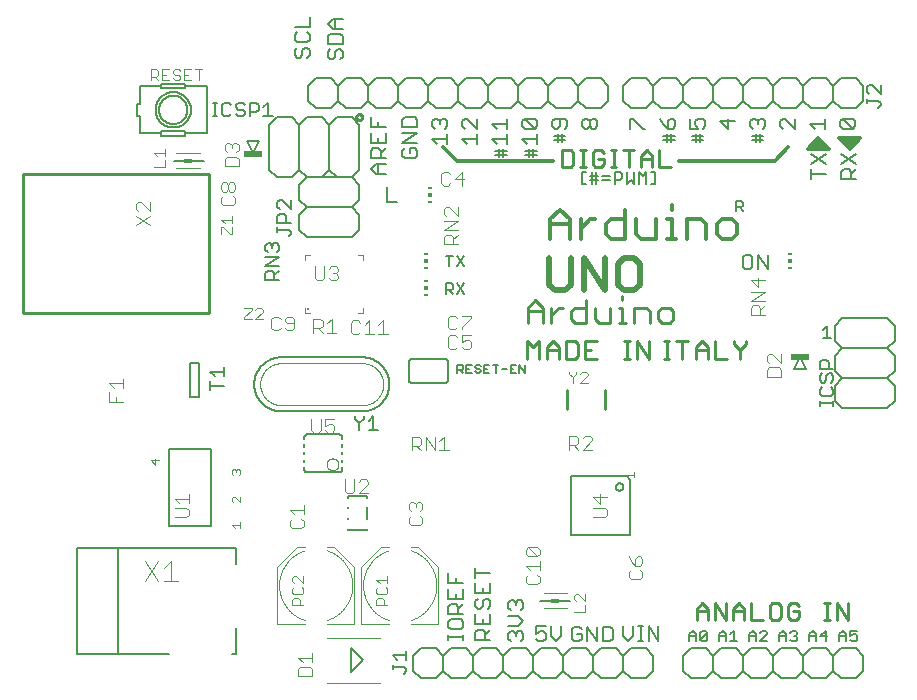
<source format=gbr>
G04 EAGLE Gerber RS-274X export*
G75*
%MOMM*%
%FSLAX34Y34*%
%LPD*%
%INSilkscreen Top*%
%IPPOS*%
%AMOC8*
5,1,8,0,0,1.08239X$1,22.5*%
G01*
%ADD10C,0.304800*%
%ADD11C,0.254000*%
%ADD12C,0.177800*%
%ADD13C,0.127000*%
%ADD14C,0.330200*%
%ADD15C,0.152400*%
%ADD16C,0.203200*%
%ADD17C,0.279400*%
%ADD18C,0.482600*%
%ADD19C,0.101600*%
%ADD20C,0.076200*%
%ADD21R,0.300000X0.150000*%
%ADD22R,0.300000X0.300000*%
%ADD23C,0.300000*%
%ADD24C,0.070000*%
%ADD25R,0.700000X0.300000*%
%ADD26C,0.050800*%
%ADD27C,0.220000*%
%ADD28R,1.574800X0.609600*%


D10*
X600710Y461010D02*
X618490Y461010D01*
X609600Y469900D01*
X600710Y461010D01*
X627380Y469900D02*
X645160Y469900D01*
X636270Y461010D02*
X627380Y469900D01*
X636270Y461010D02*
X645160Y469900D01*
X609600Y467360D02*
X604520Y462280D01*
X609600Y467360D02*
X614680Y462280D01*
X607060Y462280D01*
X610870Y464820D01*
X631190Y468630D02*
X641350Y468630D01*
X636270Y463550D01*
X632460Y467360D01*
X637540Y467360D01*
X636270Y466090D02*
X636270Y464820D01*
X384810Y450850D02*
X303530Y450850D01*
X292100Y462280D01*
X491490Y450850D02*
X572770Y450850D01*
X584200Y462280D01*
D11*
X218440Y487680D02*
X218442Y487780D01*
X218448Y487881D01*
X218458Y487980D01*
X218472Y488080D01*
X218489Y488179D01*
X218511Y488277D01*
X218537Y488374D01*
X218566Y488470D01*
X218599Y488564D01*
X218636Y488658D01*
X218676Y488750D01*
X218720Y488840D01*
X218768Y488928D01*
X218819Y489015D01*
X218873Y489099D01*
X218931Y489181D01*
X218992Y489261D01*
X219056Y489338D01*
X219123Y489413D01*
X219193Y489485D01*
X219266Y489554D01*
X219341Y489620D01*
X219419Y489684D01*
X219499Y489744D01*
X219582Y489801D01*
X219667Y489854D01*
X219754Y489904D01*
X219843Y489951D01*
X219933Y489994D01*
X220025Y490034D01*
X220119Y490070D01*
X220214Y490102D01*
X220310Y490130D01*
X220408Y490155D01*
X220506Y490175D01*
X220605Y490192D01*
X220705Y490205D01*
X220804Y490214D01*
X220905Y490219D01*
X221005Y490220D01*
X221105Y490217D01*
X221206Y490210D01*
X221305Y490199D01*
X221405Y490184D01*
X221503Y490166D01*
X221601Y490143D01*
X221698Y490116D01*
X221793Y490086D01*
X221888Y490052D01*
X221981Y490014D01*
X222072Y489973D01*
X222162Y489928D01*
X222250Y489880D01*
X222336Y489828D01*
X222420Y489773D01*
X222501Y489714D01*
X222580Y489652D01*
X222657Y489588D01*
X222731Y489520D01*
X222802Y489449D01*
X222871Y489376D01*
X222936Y489300D01*
X222999Y489221D01*
X223058Y489140D01*
X223114Y489057D01*
X223167Y488972D01*
X223216Y488884D01*
X223262Y488795D01*
X223304Y488704D01*
X223343Y488611D01*
X223378Y488517D01*
X223409Y488422D01*
X223437Y488325D01*
X223460Y488228D01*
X223480Y488129D01*
X223496Y488030D01*
X223508Y487931D01*
X223516Y487830D01*
X223520Y487730D01*
X223520Y487630D01*
X223516Y487530D01*
X223508Y487429D01*
X223496Y487330D01*
X223480Y487231D01*
X223460Y487132D01*
X223437Y487035D01*
X223409Y486938D01*
X223378Y486843D01*
X223343Y486749D01*
X223304Y486656D01*
X223262Y486565D01*
X223216Y486476D01*
X223167Y486388D01*
X223114Y486303D01*
X223058Y486220D01*
X222999Y486139D01*
X222936Y486060D01*
X222871Y485984D01*
X222802Y485911D01*
X222731Y485840D01*
X222657Y485772D01*
X222580Y485708D01*
X222501Y485646D01*
X222420Y485587D01*
X222336Y485532D01*
X222250Y485480D01*
X222162Y485432D01*
X222072Y485387D01*
X221981Y485346D01*
X221888Y485308D01*
X221793Y485274D01*
X221698Y485244D01*
X221601Y485217D01*
X221503Y485194D01*
X221405Y485176D01*
X221305Y485161D01*
X221206Y485150D01*
X221105Y485143D01*
X221005Y485140D01*
X220905Y485141D01*
X220804Y485146D01*
X220705Y485155D01*
X220605Y485168D01*
X220506Y485185D01*
X220408Y485205D01*
X220310Y485230D01*
X220214Y485258D01*
X220119Y485290D01*
X220025Y485326D01*
X219933Y485366D01*
X219843Y485409D01*
X219754Y485456D01*
X219667Y485506D01*
X219582Y485559D01*
X219499Y485616D01*
X219419Y485676D01*
X219341Y485740D01*
X219266Y485806D01*
X219193Y485875D01*
X219123Y485947D01*
X219056Y486022D01*
X218992Y486099D01*
X218931Y486179D01*
X218873Y486261D01*
X218819Y486345D01*
X218768Y486432D01*
X218720Y486520D01*
X218676Y486610D01*
X218636Y486702D01*
X218599Y486796D01*
X218566Y486890D01*
X218537Y486986D01*
X218511Y487083D01*
X218489Y487181D01*
X218472Y487280D01*
X218458Y487380D01*
X218448Y487479D01*
X218442Y487580D01*
X218440Y487680D01*
D12*
X370459Y56526D02*
X378763Y56526D01*
X370459Y56526D02*
X370459Y50297D01*
X374611Y52373D01*
X376687Y52373D01*
X378763Y50297D01*
X378763Y46145D01*
X376687Y44069D01*
X372535Y44069D01*
X370459Y46145D01*
X383556Y48221D02*
X383556Y56526D01*
X383556Y48221D02*
X387708Y44069D01*
X391861Y48221D01*
X391861Y56526D01*
D13*
X500521Y49869D02*
X500521Y43937D01*
X500521Y49869D02*
X503487Y52835D01*
X506453Y49869D01*
X506453Y43937D01*
X506453Y48386D02*
X500521Y48386D01*
X509876Y45420D02*
X509876Y51352D01*
X511359Y52835D01*
X514325Y52835D01*
X515808Y51352D01*
X515808Y45420D01*
X514325Y43937D01*
X511359Y43937D01*
X509876Y45420D01*
X515808Y51352D01*
D11*
X506730Y62230D02*
X506730Y71721D01*
X511475Y76466D01*
X516221Y71721D01*
X516221Y62230D01*
X516221Y69348D02*
X506730Y69348D01*
X522166Y62230D02*
X522166Y76466D01*
X531657Y62230D01*
X531657Y76466D01*
X537602Y71721D02*
X537602Y62230D01*
X537602Y71721D02*
X542348Y76466D01*
X547093Y71721D01*
X547093Y62230D01*
X547093Y69348D02*
X537602Y69348D01*
X553038Y76466D02*
X553038Y62230D01*
X562529Y62230D01*
X570847Y76466D02*
X575592Y76466D01*
X570847Y76466D02*
X568474Y74093D01*
X568474Y64603D01*
X570847Y62230D01*
X575592Y62230D01*
X577965Y64603D01*
X577965Y74093D01*
X575592Y76466D01*
X591028Y76466D02*
X593401Y74093D01*
X591028Y76466D02*
X586283Y76466D01*
X583910Y74093D01*
X583910Y64603D01*
X586283Y62230D01*
X591028Y62230D01*
X593401Y64603D01*
X593401Y69348D01*
X588656Y69348D01*
X614782Y62230D02*
X619528Y62230D01*
X617155Y62230D02*
X617155Y76466D01*
X614782Y76466D02*
X619528Y76466D01*
X625073Y76466D02*
X625073Y62230D01*
X634564Y62230D02*
X625073Y76466D01*
X634564Y76466D02*
X634564Y62230D01*
X392794Y445412D02*
X392794Y459648D01*
X392794Y445412D02*
X399912Y445412D01*
X402285Y447785D01*
X402285Y457275D01*
X399912Y459648D01*
X392794Y459648D01*
X408230Y445412D02*
X412975Y445412D01*
X410603Y445412D02*
X410603Y459648D01*
X412975Y459648D02*
X408230Y459648D01*
X425639Y459648D02*
X428012Y457275D01*
X425639Y459648D02*
X420893Y459648D01*
X418521Y457275D01*
X418521Y447785D01*
X420893Y445412D01*
X425639Y445412D01*
X428012Y447785D01*
X428012Y452530D01*
X423266Y452530D01*
X433957Y445412D02*
X438702Y445412D01*
X436330Y445412D02*
X436330Y459648D01*
X438702Y459648D02*
X433957Y459648D01*
X448993Y459648D02*
X448993Y445412D01*
X444248Y459648D02*
X453738Y459648D01*
X459684Y454903D02*
X459684Y445412D01*
X459684Y454903D02*
X464429Y459648D01*
X469174Y454903D01*
X469174Y445412D01*
X469174Y452530D02*
X459684Y452530D01*
X475120Y459648D02*
X475120Y445412D01*
X484610Y445412D01*
D14*
X382651Y401122D02*
X382651Y384683D01*
X382651Y401122D02*
X390871Y409342D01*
X399090Y401122D01*
X399090Y384683D01*
X399090Y397013D02*
X382651Y397013D01*
X408378Y401122D02*
X408378Y384683D01*
X408378Y392903D02*
X416597Y401122D01*
X420707Y401122D01*
X446256Y409342D02*
X446256Y384683D01*
X433927Y384683D01*
X429817Y388793D01*
X429817Y397013D01*
X433927Y401122D01*
X446256Y401122D01*
X455544Y401122D02*
X455544Y388793D01*
X459653Y384683D01*
X471983Y384683D01*
X471983Y401122D01*
X481270Y401122D02*
X485380Y401122D01*
X485380Y384683D01*
X481270Y384683D02*
X489490Y384683D01*
X485380Y409342D02*
X485380Y413452D01*
X498422Y401122D02*
X498422Y384683D01*
X498422Y401122D02*
X510751Y401122D01*
X514861Y397013D01*
X514861Y384683D01*
X528258Y384683D02*
X536478Y384683D01*
X540588Y388793D01*
X540588Y397013D01*
X536478Y401122D01*
X528258Y401122D01*
X524148Y397013D01*
X524148Y388793D01*
X528258Y384683D01*
D15*
X243630Y439995D02*
X235156Y439995D01*
X230919Y444232D01*
X235156Y448469D01*
X243630Y448469D01*
X237275Y448469D02*
X237275Y439995D01*
X243630Y453092D02*
X230919Y453092D01*
X230919Y459448D01*
X233038Y461566D01*
X237275Y461566D01*
X239393Y459448D01*
X239393Y453092D01*
X239393Y457329D02*
X243630Y461566D01*
X230919Y466189D02*
X230919Y474663D01*
X230919Y466189D02*
X243630Y466189D01*
X243630Y474663D01*
X237275Y470426D02*
X237275Y466189D01*
X243630Y479287D02*
X230919Y479287D01*
X230919Y487761D01*
X237275Y483524D02*
X237275Y479287D01*
D16*
X613480Y307578D02*
X617039Y311137D01*
X617039Y300460D01*
X613480Y300460D02*
X620598Y300460D01*
D15*
X259600Y461312D02*
X257481Y459194D01*
X257481Y454957D01*
X259600Y452838D01*
X268074Y452838D01*
X270192Y454957D01*
X270192Y459194D01*
X268074Y461312D01*
X263837Y461312D01*
X263837Y457075D01*
X270192Y465935D02*
X257481Y465935D01*
X270192Y474409D01*
X257481Y474409D01*
X257481Y479033D02*
X270192Y479033D01*
X270192Y485388D01*
X268074Y487507D01*
X259600Y487507D01*
X257481Y485388D01*
X257481Y479033D01*
X603703Y439461D02*
X616414Y439461D01*
X603703Y435224D02*
X603703Y443698D01*
X603703Y448321D02*
X616414Y456795D01*
X616414Y448321D02*
X603703Y456795D01*
X629147Y435102D02*
X641858Y435102D01*
X629147Y435102D02*
X629147Y441457D01*
X631266Y443576D01*
X635503Y443576D01*
X637621Y441457D01*
X637621Y435102D01*
X637621Y439339D02*
X641858Y443576D01*
X641858Y456673D02*
X629147Y448199D01*
X629147Y456673D02*
X641858Y448199D01*
X297353Y370085D02*
X297353Y361442D01*
X294472Y370085D02*
X300234Y370085D01*
X303827Y370085D02*
X309589Y361442D01*
X303827Y361442D02*
X309589Y370085D01*
X294472Y346971D02*
X294472Y338328D01*
X294472Y346971D02*
X298793Y346971D01*
X300234Y345531D01*
X300234Y342650D01*
X298793Y341209D01*
X294472Y341209D01*
X297353Y341209D02*
X300234Y338328D01*
X309589Y338328D02*
X303827Y346971D01*
X309589Y346971D02*
X303827Y338328D01*
D17*
X363347Y297828D02*
X363347Y282829D01*
X368347Y292828D02*
X363347Y297828D01*
X368347Y292828D02*
X373346Y297828D01*
X373346Y282829D01*
X379719Y282829D02*
X379719Y292828D01*
X384718Y297828D01*
X389718Y292828D01*
X389718Y282829D01*
X389718Y290328D02*
X379719Y290328D01*
X396090Y282829D02*
X396090Y297828D01*
X396090Y282829D02*
X403590Y282829D01*
X406089Y285329D01*
X406089Y295328D01*
X403590Y297828D01*
X396090Y297828D01*
X412462Y297828D02*
X422461Y297828D01*
X412462Y297828D02*
X412462Y282829D01*
X422461Y282829D01*
X417461Y290328D02*
X412462Y290328D01*
X445205Y282829D02*
X450204Y282829D01*
X447705Y282829D02*
X447705Y297828D01*
X450204Y297828D02*
X445205Y297828D01*
X456119Y297828D02*
X456119Y282829D01*
X466118Y282829D02*
X456119Y297828D01*
X466118Y297828D02*
X466118Y282829D01*
X478663Y283083D02*
X483663Y283083D01*
X481163Y283083D02*
X481163Y298082D01*
X478663Y298082D02*
X483663Y298082D01*
X494577Y298082D02*
X494577Y283083D01*
X489577Y298082D02*
X499577Y298082D01*
X505949Y293082D02*
X505949Y283083D01*
X505949Y293082D02*
X510949Y298082D01*
X515948Y293082D01*
X515948Y283083D01*
X515948Y290582D02*
X505949Y290582D01*
X522321Y283083D02*
X522321Y298082D01*
X522321Y283083D02*
X532320Y283083D01*
X538692Y295582D02*
X538692Y298082D01*
X538692Y295582D02*
X543692Y290582D01*
X548691Y295582D01*
X548691Y298082D01*
X543692Y290582D02*
X543692Y283083D01*
D18*
X381889Y345740D02*
X381889Y368196D01*
X381889Y345740D02*
X386380Y341249D01*
X395363Y341249D01*
X399854Y345740D01*
X399854Y368196D01*
X411124Y368196D02*
X411124Y341249D01*
X429089Y341249D02*
X411124Y368196D01*
X429089Y368196D02*
X429089Y341249D01*
X444850Y368196D02*
X453832Y368196D01*
X444850Y368196D02*
X440359Y363705D01*
X440359Y345740D01*
X444850Y341249D01*
X453832Y341249D01*
X458324Y345740D01*
X458324Y363705D01*
X453832Y368196D01*
D15*
X331978Y45212D02*
X319267Y45212D01*
X319267Y51567D01*
X321386Y53686D01*
X325623Y53686D01*
X327741Y51567D01*
X327741Y45212D01*
X327741Y49449D02*
X331978Y53686D01*
X319267Y58309D02*
X319267Y66783D01*
X319267Y58309D02*
X331978Y58309D01*
X331978Y66783D01*
X325623Y62546D02*
X325623Y58309D01*
X319267Y77762D02*
X321386Y79880D01*
X319267Y77762D02*
X319267Y73525D01*
X321386Y71407D01*
X323504Y71407D01*
X325623Y73525D01*
X325623Y77762D01*
X327741Y79880D01*
X329860Y79880D01*
X331978Y77762D01*
X331978Y73525D01*
X329860Y71407D01*
X319267Y84504D02*
X319267Y92978D01*
X319267Y84504D02*
X331978Y84504D01*
X331978Y92978D01*
X325623Y88741D02*
X325623Y84504D01*
X331978Y101838D02*
X319267Y101838D01*
X319267Y97601D02*
X319267Y106075D01*
X347207Y46060D02*
X349326Y43942D01*
X347207Y46060D02*
X347207Y50297D01*
X349326Y52416D01*
X351444Y52416D01*
X353563Y50297D01*
X353563Y48179D01*
X353563Y50297D02*
X355681Y52416D01*
X357800Y52416D01*
X359918Y50297D01*
X359918Y46060D01*
X357800Y43942D01*
X355681Y57039D02*
X347207Y57039D01*
X355681Y57039D02*
X359918Y61276D01*
X355681Y65513D01*
X347207Y65513D01*
X349326Y70137D02*
X347207Y72255D01*
X347207Y76492D01*
X349326Y78610D01*
X351444Y78610D01*
X353563Y76492D01*
X353563Y74373D01*
X353563Y76492D02*
X355681Y78610D01*
X357800Y78610D01*
X359918Y76492D01*
X359918Y72255D01*
X357800Y70137D01*
D16*
X540258Y408686D02*
X540258Y416821D01*
X544325Y416821D01*
X545681Y415465D01*
X545681Y412753D01*
X544325Y411398D01*
X540258Y411398D01*
X542970Y411398D02*
X545681Y408686D01*
D13*
X525921Y49869D02*
X525921Y43937D01*
X525921Y49869D02*
X528887Y52835D01*
X531853Y49869D01*
X531853Y43937D01*
X531853Y48386D02*
X525921Y48386D01*
X535276Y49869D02*
X538242Y52835D01*
X538242Y43937D01*
X535276Y43937D02*
X541208Y43937D01*
X551321Y43937D02*
X551321Y49869D01*
X554287Y52835D01*
X557253Y49869D01*
X557253Y43937D01*
X557253Y48386D02*
X551321Y48386D01*
X560676Y43937D02*
X566608Y43937D01*
X560676Y43937D02*
X566608Y49869D01*
X566608Y51352D01*
X565125Y52835D01*
X562159Y52835D01*
X560676Y51352D01*
X576721Y49869D02*
X576721Y43937D01*
X576721Y49869D02*
X579687Y52835D01*
X582653Y49869D01*
X582653Y43937D01*
X582653Y48386D02*
X576721Y48386D01*
X586076Y51352D02*
X587559Y52835D01*
X590525Y52835D01*
X592008Y51352D01*
X592008Y49869D01*
X590525Y48386D01*
X589042Y48386D01*
X590525Y48386D02*
X592008Y46903D01*
X592008Y45420D01*
X590525Y43937D01*
X587559Y43937D01*
X586076Y45420D01*
X602121Y43937D02*
X602121Y49869D01*
X605087Y52835D01*
X608053Y49869D01*
X608053Y43937D01*
X608053Y48386D02*
X602121Y48386D01*
X615925Y43937D02*
X615925Y52835D01*
X611476Y48386D01*
X617408Y48386D01*
X627521Y49869D02*
X627521Y43937D01*
X627521Y49869D02*
X630487Y52835D01*
X633453Y49869D01*
X633453Y43937D01*
X633453Y48386D02*
X627521Y48386D01*
X636876Y52835D02*
X642808Y52835D01*
X636876Y52835D02*
X636876Y48386D01*
X639842Y49869D01*
X641325Y49869D01*
X642808Y48386D01*
X642808Y45420D01*
X641325Y43937D01*
X638359Y43937D01*
X636876Y45420D01*
D12*
X444119Y48221D02*
X444119Y56526D01*
X444119Y48221D02*
X448271Y44069D01*
X452423Y48221D01*
X452423Y56526D01*
X457216Y44069D02*
X461368Y44069D01*
X459292Y44069D02*
X459292Y56526D01*
X457216Y56526D02*
X461368Y56526D01*
X465948Y56526D02*
X465948Y44069D01*
X474252Y44069D02*
X465948Y56526D01*
X474252Y56526D02*
X474252Y44069D01*
X409327Y54318D02*
X407251Y56394D01*
X403099Y56394D01*
X401023Y54318D01*
X401023Y46013D01*
X403099Y43937D01*
X407251Y43937D01*
X409327Y46013D01*
X409327Y50165D01*
X405175Y50165D01*
X414120Y43937D02*
X414120Y56394D01*
X422425Y43937D01*
X422425Y56394D01*
X427218Y56394D02*
X427218Y43937D01*
X433446Y43937D01*
X435522Y46013D01*
X435522Y54318D01*
X433446Y56394D01*
X427218Y56394D01*
X286971Y464914D02*
X282818Y469067D01*
X295275Y469067D01*
X295275Y473219D02*
X295275Y464914D01*
X284894Y478012D02*
X282818Y480088D01*
X282818Y484240D01*
X284894Y486316D01*
X286971Y486316D01*
X289047Y484240D01*
X289047Y482164D01*
X289047Y484240D02*
X291123Y486316D01*
X293199Y486316D01*
X295275Y484240D01*
X295275Y480088D01*
X293199Y478012D01*
X308218Y469067D02*
X312371Y464914D01*
X308218Y469067D02*
X320675Y469067D01*
X320675Y473219D02*
X320675Y464914D01*
X320675Y478012D02*
X320675Y486316D01*
X320675Y478012D02*
X312371Y486316D01*
X310294Y486316D01*
X308218Y484240D01*
X308218Y480088D01*
X310294Y478012D01*
X333618Y469067D02*
X337771Y464914D01*
X333618Y469067D02*
X346075Y469067D01*
X346075Y473219D02*
X346075Y464914D01*
X337771Y478012D02*
X333618Y482164D01*
X346075Y482164D01*
X346075Y478012D02*
X346075Y486316D01*
X359018Y469067D02*
X363171Y464914D01*
X359018Y469067D02*
X371475Y469067D01*
X371475Y473219D02*
X371475Y464914D01*
X369399Y478012D02*
X361094Y478012D01*
X359018Y480088D01*
X359018Y484240D01*
X361094Y486316D01*
X369399Y486316D01*
X371475Y484240D01*
X371475Y480088D01*
X369399Y478012D01*
X361094Y486316D01*
X394799Y478012D02*
X396875Y480088D01*
X396875Y484240D01*
X394799Y486316D01*
X386494Y486316D01*
X384418Y484240D01*
X384418Y480088D01*
X386494Y478012D01*
X388571Y478012D01*
X390647Y480088D01*
X390647Y486316D01*
X409818Y480088D02*
X411894Y478012D01*
X409818Y480088D02*
X409818Y484240D01*
X411894Y486316D01*
X413971Y486316D01*
X416047Y484240D01*
X418123Y486316D01*
X420199Y486316D01*
X422275Y484240D01*
X422275Y480088D01*
X420199Y478012D01*
X418123Y478012D01*
X416047Y480088D01*
X413971Y478012D01*
X411894Y478012D01*
X416047Y480088D02*
X416047Y484240D01*
X450458Y486316D02*
X450458Y478012D01*
X450458Y486316D02*
X452534Y486316D01*
X460839Y478012D01*
X462915Y478012D01*
X475858Y486316D02*
X477934Y482164D01*
X482087Y478012D01*
X486239Y478012D01*
X488315Y480088D01*
X488315Y484240D01*
X486239Y486316D01*
X484163Y486316D01*
X482087Y484240D01*
X482087Y478012D01*
X501258Y478012D02*
X501258Y486316D01*
X501258Y478012D02*
X507487Y478012D01*
X505411Y482164D01*
X505411Y484240D01*
X507487Y486316D01*
X511639Y486316D01*
X513715Y484240D01*
X513715Y480088D01*
X511639Y478012D01*
X526658Y484240D02*
X539115Y484240D01*
X532887Y478012D02*
X526658Y484240D01*
X532887Y486316D02*
X532887Y478012D01*
X552058Y480088D02*
X554134Y478012D01*
X552058Y480088D02*
X552058Y484240D01*
X554134Y486316D01*
X556211Y486316D01*
X558287Y484240D01*
X558287Y482164D01*
X558287Y484240D02*
X560363Y486316D01*
X562439Y486316D01*
X564515Y484240D01*
X564515Y480088D01*
X562439Y478012D01*
X589915Y478012D02*
X589915Y486316D01*
X589915Y478012D02*
X581611Y486316D01*
X579534Y486316D01*
X577458Y484240D01*
X577458Y480088D01*
X579534Y478012D01*
X602858Y482164D02*
X607011Y478012D01*
X602858Y482164D02*
X615315Y482164D01*
X615315Y478012D02*
X615315Y486316D01*
X630334Y478012D02*
X638639Y478012D01*
X630334Y478012D02*
X628258Y480088D01*
X628258Y484240D01*
X630334Y486316D01*
X638639Y486316D01*
X640715Y484240D01*
X640715Y480088D01*
X638639Y478012D01*
X630334Y486316D01*
D15*
X412922Y431292D02*
X409702Y431292D01*
X409702Y440952D01*
X412922Y440952D01*
X418173Y440952D02*
X418173Y431292D01*
X421393Y431292D02*
X421393Y440952D01*
X421393Y437732D02*
X416562Y437732D01*
X421393Y437732D02*
X423003Y437732D01*
X423003Y434512D02*
X416562Y434512D01*
X426853Y434512D02*
X433293Y434512D01*
X433293Y437732D02*
X426853Y437732D01*
X437144Y440952D02*
X437144Y431292D01*
X437144Y440952D02*
X441974Y440952D01*
X443584Y439342D01*
X443584Y436122D01*
X441974Y434512D01*
X437144Y434512D01*
X447435Y431292D02*
X447435Y440952D01*
X450655Y434512D02*
X447435Y431292D01*
X450655Y434512D02*
X453875Y431292D01*
X453875Y440952D01*
X457725Y440952D02*
X457725Y431292D01*
X460945Y437732D02*
X457725Y440952D01*
X460945Y437732D02*
X464165Y440952D01*
X464165Y431292D01*
X468016Y431292D02*
X471236Y431292D01*
X471236Y440952D01*
X468016Y440952D01*
X345948Y455762D02*
X336288Y455762D01*
X336288Y458982D02*
X345948Y458982D01*
X339508Y458982D02*
X339508Y454152D01*
X339508Y458982D02*
X339508Y460592D01*
X342728Y460592D02*
X342728Y454152D01*
X361688Y455762D02*
X371348Y455762D01*
X371348Y458982D02*
X361688Y458982D01*
X364908Y458982D02*
X364908Y454152D01*
X364908Y458982D02*
X364908Y460592D01*
X368128Y460592D02*
X368128Y454152D01*
X502658Y468462D02*
X512318Y468462D01*
X512318Y471682D02*
X502658Y471682D01*
X505878Y471682D02*
X505878Y466852D01*
X505878Y471682D02*
X505878Y473292D01*
X509098Y473292D02*
X509098Y466852D01*
X553458Y468462D02*
X563118Y468462D01*
X563118Y471682D02*
X553458Y471682D01*
X556678Y471682D02*
X556678Y466852D01*
X556678Y471682D02*
X556678Y473292D01*
X559898Y473292D02*
X559898Y466852D01*
X488188Y468462D02*
X478528Y468462D01*
X478528Y471682D02*
X488188Y471682D01*
X481748Y471682D02*
X481748Y466852D01*
X481748Y471682D02*
X481748Y473292D01*
X484968Y473292D02*
X484968Y466852D01*
X395478Y468462D02*
X385818Y468462D01*
X385818Y471682D02*
X395478Y471682D01*
X389038Y471682D02*
X389038Y466852D01*
X389038Y471682D02*
X389038Y473292D01*
X392258Y473292D02*
X392258Y466852D01*
D11*
X363474Y326570D02*
X363474Y313690D01*
X363474Y326570D02*
X369914Y333011D01*
X376354Y326570D01*
X376354Y313690D01*
X376354Y323350D02*
X363474Y323350D01*
X383588Y326570D02*
X383588Y313690D01*
X383588Y320130D02*
X390028Y326570D01*
X393248Y326570D01*
X413229Y333011D02*
X413229Y313690D01*
X403569Y313690D01*
X400349Y316910D01*
X400349Y323350D01*
X403569Y326570D01*
X413229Y326570D01*
X420463Y326570D02*
X420463Y316910D01*
X423683Y313690D01*
X433343Y313690D01*
X433343Y326570D01*
X440576Y326570D02*
X443796Y326570D01*
X443796Y313690D01*
X440576Y313690D02*
X447017Y313690D01*
X443796Y333011D02*
X443796Y336231D01*
X453985Y326570D02*
X453985Y313690D01*
X453985Y326570D02*
X463646Y326570D01*
X466866Y323350D01*
X466866Y313690D01*
X477319Y313690D02*
X483759Y313690D01*
X486979Y316910D01*
X486979Y323350D01*
X483759Y326570D01*
X477319Y326570D01*
X474099Y323350D01*
X474099Y316910D01*
X477319Y313690D01*
D15*
X309118Y49449D02*
X309118Y45212D01*
X309118Y47330D02*
X296407Y47330D01*
X296407Y45212D02*
X296407Y49449D01*
X296407Y56062D02*
X296407Y60299D01*
X296407Y56062D02*
X298526Y53944D01*
X307000Y53944D01*
X309118Y56062D01*
X309118Y60299D01*
X307000Y62417D01*
X298526Y62417D01*
X296407Y60299D01*
X296407Y67041D02*
X309118Y67041D01*
X296407Y67041D02*
X296407Y73396D01*
X298526Y75515D01*
X302763Y75515D01*
X304881Y73396D01*
X304881Y67041D01*
X304881Y71278D02*
X309118Y75515D01*
X296407Y80138D02*
X296407Y88612D01*
X296407Y80138D02*
X309118Y80138D01*
X309118Y88612D01*
X302763Y84375D02*
X302763Y80138D01*
X309118Y93235D02*
X296407Y93235D01*
X296407Y101709D01*
X302763Y97472D02*
X302763Y93235D01*
X194509Y542925D02*
X196628Y545044D01*
X194509Y542925D02*
X194509Y538688D01*
X196628Y536570D01*
X198746Y536570D01*
X200865Y538688D01*
X200865Y542925D01*
X202983Y545044D01*
X205102Y545044D01*
X207220Y542925D01*
X207220Y538688D01*
X205102Y536570D01*
X207220Y549667D02*
X194509Y549667D01*
X207220Y549667D02*
X207220Y556023D01*
X205102Y558141D01*
X196628Y558141D01*
X194509Y556023D01*
X194509Y549667D01*
X198746Y562765D02*
X207220Y562765D01*
X198746Y562765D02*
X194509Y567001D01*
X198746Y571238D01*
X207220Y571238D01*
X200865Y571238D02*
X200865Y562765D01*
X168688Y546314D02*
X166569Y544195D01*
X166569Y539958D01*
X168688Y537840D01*
X170806Y537840D01*
X172925Y539958D01*
X172925Y544195D01*
X175043Y546314D01*
X177162Y546314D01*
X179280Y544195D01*
X179280Y539958D01*
X177162Y537840D01*
X166569Y557293D02*
X168688Y559411D01*
X166569Y557293D02*
X166569Y553056D01*
X168688Y550937D01*
X177162Y550937D01*
X179280Y553056D01*
X179280Y557293D01*
X177162Y559411D01*
X179280Y564035D02*
X166569Y564035D01*
X179280Y564035D02*
X179280Y572508D01*
D19*
X180508Y232202D02*
X180508Y222457D01*
X182457Y220508D01*
X186355Y220508D01*
X188304Y222457D01*
X188304Y232202D01*
X192202Y232202D02*
X199998Y232202D01*
X192202Y232202D02*
X192202Y226355D01*
X196100Y228304D01*
X198049Y228304D01*
X199998Y226355D01*
X199998Y222457D01*
X198049Y220508D01*
X194151Y220508D01*
X192202Y222457D01*
X265508Y217202D02*
X265508Y205508D01*
X265508Y217202D02*
X271355Y217202D01*
X273304Y215253D01*
X273304Y211355D01*
X271355Y209406D01*
X265508Y209406D01*
X269406Y209406D02*
X273304Y205508D01*
X277202Y205508D02*
X277202Y217202D01*
X284998Y205508D01*
X284998Y217202D01*
X288896Y213304D02*
X292794Y217202D01*
X292794Y205508D01*
X288896Y205508D02*
X296692Y205508D01*
X292798Y380508D02*
X304492Y380508D01*
X292798Y380508D02*
X292798Y386355D01*
X294747Y388304D01*
X298645Y388304D01*
X300594Y386355D01*
X300594Y380508D01*
X300594Y384406D02*
X304492Y388304D01*
X304492Y392202D02*
X292798Y392202D01*
X304492Y399998D01*
X292798Y399998D01*
X304492Y403896D02*
X304492Y411692D01*
X304492Y403896D02*
X296696Y411692D01*
X294747Y411692D01*
X292798Y409743D01*
X292798Y405845D01*
X294747Y403896D01*
X552798Y320508D02*
X564492Y320508D01*
X552798Y320508D02*
X552798Y326355D01*
X554747Y328304D01*
X558645Y328304D01*
X560594Y326355D01*
X560594Y320508D01*
X560594Y324406D02*
X564492Y328304D01*
X564492Y332202D02*
X552798Y332202D01*
X564492Y339998D01*
X552798Y339998D01*
X552798Y349743D02*
X564492Y349743D01*
X558645Y343896D02*
X552798Y349743D01*
X558645Y351692D02*
X558645Y343896D01*
D15*
X623570Y311150D02*
X629920Y317500D01*
X623570Y298450D02*
X629920Y292100D01*
X623570Y285750D01*
X623570Y273050D02*
X629920Y266700D01*
X629920Y317500D02*
X668020Y317500D01*
X674370Y311150D01*
X674370Y298450D01*
X668020Y292100D01*
X674370Y285750D01*
X674370Y273050D01*
X668020Y266700D01*
X668020Y292100D02*
X629920Y292100D01*
X629920Y266700D02*
X668020Y266700D01*
X623570Y273050D02*
X623570Y285750D01*
X623570Y298450D02*
X623570Y311150D01*
X629920Y266700D02*
X623570Y260350D01*
X623570Y247650D02*
X629920Y241300D01*
X668020Y266700D02*
X674370Y260350D01*
X674370Y247650D01*
X668020Y241300D01*
X629920Y241300D01*
X623570Y247650D02*
X623570Y260350D01*
D13*
X622305Y247388D02*
X622305Y243575D01*
X622305Y245482D02*
X610865Y245482D01*
X610865Y247388D02*
X610865Y243575D01*
X610865Y257091D02*
X612772Y258997D01*
X610865Y257091D02*
X610865Y253278D01*
X612772Y251371D01*
X620398Y251371D01*
X622305Y253278D01*
X622305Y257091D01*
X620398Y258997D01*
X610865Y268785D02*
X612772Y270691D01*
X610865Y268785D02*
X610865Y264972D01*
X612772Y263065D01*
X614679Y263065D01*
X616585Y264972D01*
X616585Y268785D01*
X618492Y270691D01*
X620398Y270691D01*
X622305Y268785D01*
X622305Y264972D01*
X620398Y263065D01*
X622305Y274759D02*
X610865Y274759D01*
X610865Y280479D01*
X612772Y282385D01*
X616585Y282385D01*
X618492Y280479D01*
X618492Y274759D01*
D19*
X245770Y58940D02*
X222770Y58940D01*
X222770Y106940D01*
X239770Y123940D01*
X245770Y123940D01*
X264770Y123940D02*
X270770Y123940D01*
X287770Y106940D01*
X287770Y58940D01*
X264770Y58940D01*
X245770Y61940D02*
X245052Y62181D01*
X244339Y62440D01*
X243634Y62716D01*
X242935Y63009D01*
X242243Y63319D01*
X241560Y63646D01*
X240884Y63989D01*
X240217Y64349D01*
X239559Y64725D01*
X238911Y65117D01*
X238272Y65525D01*
X237644Y65948D01*
X237026Y66387D01*
X236419Y66840D01*
X235823Y67309D01*
X235239Y67791D01*
X234667Y68288D01*
X234107Y68799D01*
X233560Y69323D01*
X233025Y69860D01*
X232504Y70411D01*
X231997Y70974D01*
X231504Y71549D01*
X231024Y72136D01*
X230560Y72734D01*
X230110Y73344D01*
X229675Y73965D01*
X229255Y74596D01*
X228851Y75237D01*
X228463Y75887D01*
X228091Y76548D01*
X227735Y77216D01*
X227395Y77894D01*
X227072Y78580D01*
X226766Y79273D01*
X226477Y79973D01*
X226206Y80681D01*
X225951Y81394D01*
X225714Y82114D01*
X225495Y82840D01*
X225294Y83570D01*
X225110Y84305D01*
X224945Y85045D01*
X224798Y85788D01*
X224669Y86535D01*
X224558Y87285D01*
X224465Y88037D01*
X224391Y88791D01*
X224336Y89547D01*
X224299Y90304D01*
X224280Y91061D01*
X224280Y91819D01*
X224299Y92576D01*
X224336Y93333D01*
X224391Y94089D01*
X224465Y94843D01*
X224558Y95595D01*
X224669Y96345D01*
X224798Y97092D01*
X224945Y97835D01*
X225110Y98575D01*
X225294Y99310D01*
X225495Y100040D01*
X225714Y100766D01*
X225951Y101486D01*
X226206Y102199D01*
X226477Y102907D01*
X226766Y103607D01*
X227072Y104300D01*
X227395Y104986D01*
X227735Y105664D01*
X228091Y106332D01*
X228463Y106993D01*
X228851Y107643D01*
X229255Y108284D01*
X229675Y108915D01*
X230110Y109536D01*
X230560Y110146D01*
X231024Y110744D01*
X231504Y111331D01*
X231997Y111906D01*
X232504Y112469D01*
X233025Y113020D01*
X233560Y113557D01*
X234107Y114081D01*
X234667Y114592D01*
X235239Y115089D01*
X235823Y115571D01*
X236419Y116040D01*
X237026Y116493D01*
X237644Y116932D01*
X238272Y117355D01*
X238911Y117763D01*
X239559Y118155D01*
X240217Y118531D01*
X240884Y118891D01*
X241560Y119234D01*
X242243Y119561D01*
X242935Y119871D01*
X243634Y120164D01*
X244339Y120440D01*
X245052Y120699D01*
X245770Y120940D01*
X264770Y120940D02*
X265488Y120699D01*
X266201Y120440D01*
X266906Y120164D01*
X267605Y119871D01*
X268297Y119561D01*
X268980Y119234D01*
X269656Y118891D01*
X270323Y118531D01*
X270981Y118155D01*
X271629Y117763D01*
X272268Y117355D01*
X272896Y116932D01*
X273514Y116493D01*
X274121Y116040D01*
X274717Y115571D01*
X275301Y115089D01*
X275873Y114592D01*
X276433Y114081D01*
X276980Y113557D01*
X277515Y113020D01*
X278036Y112469D01*
X278543Y111906D01*
X279036Y111331D01*
X279516Y110744D01*
X279980Y110146D01*
X280430Y109536D01*
X280865Y108915D01*
X281285Y108284D01*
X281689Y107643D01*
X282077Y106993D01*
X282449Y106332D01*
X282805Y105664D01*
X283145Y104986D01*
X283468Y104300D01*
X283774Y103607D01*
X284063Y102907D01*
X284334Y102199D01*
X284589Y101486D01*
X284826Y100766D01*
X285045Y100040D01*
X285246Y99310D01*
X285430Y98575D01*
X285595Y97835D01*
X285742Y97092D01*
X285871Y96345D01*
X285982Y95595D01*
X286075Y94843D01*
X286149Y94089D01*
X286204Y93333D01*
X286241Y92576D01*
X286260Y91819D01*
X286260Y91061D01*
X286241Y90304D01*
X286204Y89547D01*
X286149Y88791D01*
X286075Y88037D01*
X285982Y87285D01*
X285871Y86535D01*
X285742Y85788D01*
X285595Y85045D01*
X285430Y84305D01*
X285246Y83570D01*
X285045Y82840D01*
X284826Y82114D01*
X284589Y81394D01*
X284334Y80681D01*
X284063Y79973D01*
X283774Y79273D01*
X283468Y78580D01*
X283145Y77894D01*
X282805Y77216D01*
X282449Y76548D01*
X282077Y75887D01*
X281689Y75237D01*
X281285Y74596D01*
X280865Y73965D01*
X280430Y73344D01*
X279980Y72734D01*
X279516Y72136D01*
X279036Y71549D01*
X278543Y70974D01*
X278036Y70411D01*
X277515Y69860D01*
X276980Y69323D01*
X276433Y68799D01*
X275873Y68288D01*
X275301Y67791D01*
X274717Y67309D01*
X274121Y66840D01*
X273514Y66387D01*
X272896Y65948D01*
X272268Y65525D01*
X271629Y65117D01*
X270981Y64725D01*
X270323Y64349D01*
X269656Y63989D01*
X268980Y63646D01*
X268297Y63319D01*
X267605Y63009D01*
X266906Y62716D01*
X266201Y62440D01*
X265488Y62181D01*
X264770Y61940D01*
D20*
X244889Y74321D02*
X235483Y74321D01*
X235483Y79024D01*
X237051Y80592D01*
X240186Y80592D01*
X241754Y79024D01*
X241754Y74321D01*
X235483Y88379D02*
X237051Y89947D01*
X235483Y88379D02*
X235483Y85244D01*
X237051Y83676D01*
X243321Y83676D01*
X244889Y85244D01*
X244889Y88379D01*
X243321Y89947D01*
X238618Y93031D02*
X235483Y96167D01*
X244889Y96167D01*
X244889Y99302D02*
X244889Y93031D01*
D19*
X174650Y58940D02*
X151650Y58940D01*
X151650Y106940D01*
X168650Y123940D01*
X174650Y123940D01*
X193650Y123940D02*
X199650Y123940D01*
X216650Y106940D01*
X216650Y58940D01*
X193650Y58940D01*
X174650Y61940D02*
X173932Y62181D01*
X173219Y62440D01*
X172514Y62716D01*
X171815Y63009D01*
X171123Y63319D01*
X170440Y63646D01*
X169764Y63989D01*
X169097Y64349D01*
X168439Y64725D01*
X167791Y65117D01*
X167152Y65525D01*
X166524Y65948D01*
X165906Y66387D01*
X165299Y66840D01*
X164703Y67309D01*
X164119Y67791D01*
X163547Y68288D01*
X162987Y68799D01*
X162440Y69323D01*
X161905Y69860D01*
X161384Y70411D01*
X160877Y70974D01*
X160384Y71549D01*
X159904Y72136D01*
X159440Y72734D01*
X158990Y73344D01*
X158555Y73965D01*
X158135Y74596D01*
X157731Y75237D01*
X157343Y75887D01*
X156971Y76548D01*
X156615Y77216D01*
X156275Y77894D01*
X155952Y78580D01*
X155646Y79273D01*
X155357Y79973D01*
X155086Y80681D01*
X154831Y81394D01*
X154594Y82114D01*
X154375Y82840D01*
X154174Y83570D01*
X153990Y84305D01*
X153825Y85045D01*
X153678Y85788D01*
X153549Y86535D01*
X153438Y87285D01*
X153345Y88037D01*
X153271Y88791D01*
X153216Y89547D01*
X153179Y90304D01*
X153160Y91061D01*
X153160Y91819D01*
X153179Y92576D01*
X153216Y93333D01*
X153271Y94089D01*
X153345Y94843D01*
X153438Y95595D01*
X153549Y96345D01*
X153678Y97092D01*
X153825Y97835D01*
X153990Y98575D01*
X154174Y99310D01*
X154375Y100040D01*
X154594Y100766D01*
X154831Y101486D01*
X155086Y102199D01*
X155357Y102907D01*
X155646Y103607D01*
X155952Y104300D01*
X156275Y104986D01*
X156615Y105664D01*
X156971Y106332D01*
X157343Y106993D01*
X157731Y107643D01*
X158135Y108284D01*
X158555Y108915D01*
X158990Y109536D01*
X159440Y110146D01*
X159904Y110744D01*
X160384Y111331D01*
X160877Y111906D01*
X161384Y112469D01*
X161905Y113020D01*
X162440Y113557D01*
X162987Y114081D01*
X163547Y114592D01*
X164119Y115089D01*
X164703Y115571D01*
X165299Y116040D01*
X165906Y116493D01*
X166524Y116932D01*
X167152Y117355D01*
X167791Y117763D01*
X168439Y118155D01*
X169097Y118531D01*
X169764Y118891D01*
X170440Y119234D01*
X171123Y119561D01*
X171815Y119871D01*
X172514Y120164D01*
X173219Y120440D01*
X173932Y120699D01*
X174650Y120940D01*
X193650Y120940D02*
X194368Y120699D01*
X195081Y120440D01*
X195786Y120164D01*
X196485Y119871D01*
X197177Y119561D01*
X197860Y119234D01*
X198536Y118891D01*
X199203Y118531D01*
X199861Y118155D01*
X200509Y117763D01*
X201148Y117355D01*
X201776Y116932D01*
X202394Y116493D01*
X203001Y116040D01*
X203597Y115571D01*
X204181Y115089D01*
X204753Y114592D01*
X205313Y114081D01*
X205860Y113557D01*
X206395Y113020D01*
X206916Y112469D01*
X207423Y111906D01*
X207916Y111331D01*
X208396Y110744D01*
X208860Y110146D01*
X209310Y109536D01*
X209745Y108915D01*
X210165Y108284D01*
X210569Y107643D01*
X210957Y106993D01*
X211329Y106332D01*
X211685Y105664D01*
X212025Y104986D01*
X212348Y104300D01*
X212654Y103607D01*
X212943Y102907D01*
X213214Y102199D01*
X213469Y101486D01*
X213706Y100766D01*
X213925Y100040D01*
X214126Y99310D01*
X214310Y98575D01*
X214475Y97835D01*
X214622Y97092D01*
X214751Y96345D01*
X214862Y95595D01*
X214955Y94843D01*
X215029Y94089D01*
X215084Y93333D01*
X215121Y92576D01*
X215140Y91819D01*
X215140Y91061D01*
X215121Y90304D01*
X215084Y89547D01*
X215029Y88791D01*
X214955Y88037D01*
X214862Y87285D01*
X214751Y86535D01*
X214622Y85788D01*
X214475Y85045D01*
X214310Y84305D01*
X214126Y83570D01*
X213925Y82840D01*
X213706Y82114D01*
X213469Y81394D01*
X213214Y80681D01*
X212943Y79973D01*
X212654Y79273D01*
X212348Y78580D01*
X212025Y77894D01*
X211685Y77216D01*
X211329Y76548D01*
X210957Y75887D01*
X210569Y75237D01*
X210165Y74596D01*
X209745Y73965D01*
X209310Y73344D01*
X208860Y72734D01*
X208396Y72136D01*
X207916Y71549D01*
X207423Y70974D01*
X206916Y70411D01*
X206395Y69860D01*
X205860Y69323D01*
X205313Y68799D01*
X204753Y68288D01*
X204181Y67791D01*
X203597Y67309D01*
X203001Y66840D01*
X202394Y66387D01*
X201776Y65948D01*
X201148Y65525D01*
X200509Y65117D01*
X199861Y64725D01*
X199203Y64349D01*
X198536Y63989D01*
X197860Y63646D01*
X197177Y63319D01*
X196485Y63009D01*
X195786Y62716D01*
X195081Y62440D01*
X194368Y62181D01*
X193650Y61940D01*
D20*
X173769Y74321D02*
X164363Y74321D01*
X164363Y79024D01*
X165931Y80592D01*
X169066Y80592D01*
X170634Y79024D01*
X170634Y74321D01*
X164363Y88379D02*
X165931Y89947D01*
X164363Y88379D02*
X164363Y85244D01*
X165931Y83676D01*
X172201Y83676D01*
X173769Y85244D01*
X173769Y88379D01*
X172201Y89947D01*
X173769Y93031D02*
X173769Y99302D01*
X173769Y93031D02*
X167498Y99302D01*
X165931Y99302D01*
X164363Y97734D01*
X164363Y94599D01*
X165931Y93031D01*
D21*
X585700Y371760D03*
X585700Y359760D03*
D22*
X585700Y365760D03*
D16*
X551693Y371104D02*
X547626Y371104D01*
X545592Y369071D01*
X545592Y360936D01*
X547626Y358902D01*
X551693Y358902D01*
X553727Y360936D01*
X553727Y369071D01*
X551693Y371104D01*
X558689Y371104D02*
X558689Y358902D01*
X566824Y358902D02*
X558689Y371104D01*
X566824Y371104D02*
X566824Y358902D01*
D21*
X277900Y336900D03*
X277900Y348900D03*
D22*
X277900Y342900D03*
D21*
X277900Y359760D03*
X277900Y371760D03*
D22*
X277900Y365760D03*
D19*
X238506Y8890D02*
X193294Y8890D01*
X193294Y46990D02*
X238506Y46990D01*
D16*
X224200Y27940D02*
X213970Y17940D01*
X224200Y27940D02*
X213970Y37940D01*
X213970Y17940D01*
D19*
X180842Y14610D02*
X169148Y14610D01*
X180842Y14610D02*
X180842Y20457D01*
X178893Y22406D01*
X171097Y22406D01*
X169148Y20457D01*
X169148Y14610D01*
X173046Y26304D02*
X169148Y30202D01*
X180842Y30202D01*
X180842Y26304D02*
X180842Y34100D01*
D13*
X116840Y33020D02*
X116840Y55245D01*
X116840Y33020D02*
X113665Y33020D01*
X116840Y109220D02*
X116840Y122936D01*
X16764Y122936D01*
X-18034Y122936D01*
X-18034Y33020D01*
X59690Y33020D01*
X16764Y33274D02*
X16764Y122936D01*
D19*
X39605Y111826D02*
X50790Y95048D01*
X39605Y95048D02*
X50790Y111826D01*
X55976Y106234D02*
X61569Y111826D01*
X61569Y95048D01*
X55976Y95048D02*
X67162Y95048D01*
D11*
X94100Y440000D02*
X-63400Y440000D01*
X-63400Y322000D01*
X94100Y322000D01*
X94100Y440000D01*
D19*
X43792Y404416D02*
X32098Y396620D01*
X32098Y404416D02*
X43792Y396620D01*
X43792Y408314D02*
X43792Y416110D01*
X43792Y408314D02*
X35996Y416110D01*
X34047Y416110D01*
X32098Y414161D01*
X32098Y410263D01*
X34047Y408314D01*
D16*
X59690Y206756D02*
X95250Y206756D01*
X95250Y141224D01*
X59690Y141224D01*
X59690Y206756D01*
D19*
X113024Y185892D02*
X114210Y184706D01*
X113024Y185892D02*
X113024Y188265D01*
X114210Y189451D01*
X115397Y189451D01*
X116583Y188265D01*
X116583Y187079D01*
X116583Y188265D02*
X117769Y189451D01*
X118956Y189451D01*
X120142Y188265D01*
X120142Y185892D01*
X118956Y184706D01*
X51562Y197107D02*
X44444Y197107D01*
X48003Y193548D01*
X48003Y198293D01*
X113024Y142345D02*
X115397Y139972D01*
X113024Y142345D02*
X120142Y142345D01*
X120142Y144717D02*
X120142Y139972D01*
X120236Y161592D02*
X120236Y166337D01*
X120236Y161592D02*
X115491Y166337D01*
X114304Y166337D01*
X113118Y165151D01*
X113118Y162778D01*
X114304Y161592D01*
X74505Y149098D02*
X64760Y149098D01*
X74505Y149098D02*
X76454Y151047D01*
X76454Y154945D01*
X74505Y156894D01*
X64760Y156894D01*
X68658Y160792D02*
X64760Y164690D01*
X76454Y164690D01*
X76454Y160792D02*
X76454Y168588D01*
X298206Y439433D02*
X296257Y441382D01*
X292359Y441382D01*
X290410Y439433D01*
X290410Y431637D01*
X292359Y429688D01*
X296257Y429688D01*
X298206Y431637D01*
X307951Y429688D02*
X307951Y441382D01*
X302104Y435535D01*
X309900Y435535D01*
X21082Y246888D02*
X9388Y246888D01*
X9388Y254684D01*
X15235Y250786D02*
X15235Y246888D01*
X13286Y258582D02*
X9388Y262480D01*
X21082Y262480D01*
X21082Y258582D02*
X21082Y266378D01*
X301865Y319782D02*
X303814Y317833D01*
X301865Y319782D02*
X297967Y319782D01*
X296018Y317833D01*
X296018Y310037D01*
X297967Y308088D01*
X301865Y308088D01*
X303814Y310037D01*
X307712Y319782D02*
X315508Y319782D01*
X315508Y317833D01*
X307712Y310037D01*
X307712Y308088D01*
D21*
X280900Y427640D03*
X280900Y415640D03*
D22*
X280900Y421640D03*
D16*
X244459Y416052D02*
X244459Y428254D01*
X244459Y416052D02*
X252594Y416052D01*
D15*
X85090Y279654D02*
X85090Y250698D01*
X77470Y250698D01*
X77470Y279654D01*
X85090Y279654D01*
D13*
X94925Y260460D02*
X106365Y260460D01*
X94925Y256647D02*
X94925Y264274D01*
X98739Y268341D02*
X94925Y272154D01*
X106365Y272154D01*
X106365Y268341D02*
X106365Y275968D01*
D19*
X164217Y147476D02*
X162268Y145527D01*
X162268Y141629D01*
X164217Y139680D01*
X172013Y139680D01*
X173962Y141629D01*
X173962Y145527D01*
X172013Y147476D01*
X166166Y151374D02*
X162268Y155272D01*
X173962Y155272D01*
X173962Y151374D02*
X173962Y159170D01*
D23*
X177640Y324960D03*
D19*
X178890Y322210D02*
X174890Y322210D01*
X174890Y326210D01*
X174890Y367210D02*
X174890Y371210D01*
X178890Y371210D01*
X219890Y371210D02*
X223890Y371210D01*
X223890Y367210D01*
X223890Y326210D02*
X223890Y322210D01*
X219890Y322210D01*
X183410Y351647D02*
X183410Y361392D01*
X183410Y351647D02*
X185359Y349698D01*
X189257Y349698D01*
X191206Y351647D01*
X191206Y361392D01*
X195104Y359443D02*
X197053Y361392D01*
X200951Y361392D01*
X202900Y359443D01*
X202900Y357494D01*
X200951Y355545D01*
X199002Y355545D01*
X200951Y355545D02*
X202900Y353596D01*
X202900Y351647D01*
X200951Y349698D01*
X197053Y349698D01*
X195104Y351647D01*
X301865Y303272D02*
X303814Y301323D01*
X301865Y303272D02*
X297967Y303272D01*
X296018Y301323D01*
X296018Y293527D01*
X297967Y291578D01*
X301865Y291578D01*
X303814Y293527D01*
X307712Y303272D02*
X315508Y303272D01*
X307712Y303272D02*
X307712Y297425D01*
X311610Y299374D01*
X313559Y299374D01*
X315508Y297425D01*
X315508Y293527D01*
X313559Y291578D01*
X309661Y291578D01*
X307712Y293527D01*
D15*
X220980Y481330D02*
X214630Y487680D01*
X201930Y487680D02*
X195580Y481330D01*
X189230Y487680D01*
X176530Y487680D02*
X170180Y481330D01*
X220980Y481330D02*
X220980Y443230D01*
X214630Y436880D01*
X201930Y436880D01*
X195580Y443230D01*
X189230Y436880D01*
X176530Y436880D01*
X170180Y443230D01*
X195580Y443230D02*
X195580Y481330D01*
X170180Y481330D02*
X170180Y443230D01*
X176530Y487680D02*
X189230Y487680D01*
X201930Y487680D02*
X214630Y487680D01*
X170180Y481330D02*
X163830Y487680D01*
X151130Y487680D02*
X144780Y481330D01*
X170180Y443230D02*
X163830Y436880D01*
X151130Y436880D01*
X144780Y443230D01*
X144780Y481330D01*
X151130Y487680D02*
X163830Y487680D01*
D13*
X100856Y488465D02*
X97043Y488465D01*
X98950Y488465D02*
X98950Y499905D01*
X100856Y499905D02*
X97043Y499905D01*
X110559Y499905D02*
X112466Y497998D01*
X110559Y499905D02*
X106746Y499905D01*
X104839Y497998D01*
X104839Y490372D01*
X106746Y488465D01*
X110559Y488465D01*
X112466Y490372D01*
X122253Y499905D02*
X124159Y497998D01*
X122253Y499905D02*
X118440Y499905D01*
X116533Y497998D01*
X116533Y496092D01*
X118440Y494185D01*
X122253Y494185D01*
X124159Y492278D01*
X124159Y490372D01*
X122253Y488465D01*
X118440Y488465D01*
X116533Y490372D01*
X128227Y488465D02*
X128227Y499905D01*
X133947Y499905D01*
X135853Y497998D01*
X135853Y494185D01*
X133947Y492278D01*
X128227Y492278D01*
X139921Y496092D02*
X143734Y499905D01*
X143734Y488465D01*
X139921Y488465D02*
X147547Y488465D01*
D20*
X103913Y394652D02*
X103913Y388381D01*
X103913Y394652D02*
X105481Y394652D01*
X111751Y388381D01*
X113319Y388381D01*
X113319Y394652D01*
X107048Y397736D02*
X103913Y400872D01*
X113319Y400872D01*
X113319Y404007D02*
X113319Y397736D01*
X123671Y326177D02*
X129941Y326177D01*
X129941Y324609D01*
X123671Y318339D01*
X123671Y316771D01*
X129941Y316771D01*
X133026Y316771D02*
X139297Y316771D01*
X133026Y316771D02*
X139297Y323042D01*
X139297Y324609D01*
X137729Y326177D01*
X134593Y326177D01*
X133026Y324609D01*
D13*
X89200Y450850D02*
X64200Y450850D01*
D24*
X66200Y444600D02*
X86200Y444600D01*
X86200Y457100D02*
X66200Y457100D01*
D25*
X76200Y450850D03*
D20*
X56344Y445131D02*
X46938Y445131D01*
X56344Y445131D02*
X56344Y451402D01*
X50073Y454486D02*
X46938Y457622D01*
X56344Y457622D01*
X56344Y460757D02*
X56344Y454486D01*
D15*
X265430Y262890D02*
X293370Y262890D01*
X295910Y280670D02*
X295908Y280770D01*
X295902Y280869D01*
X295892Y280969D01*
X295879Y281067D01*
X295861Y281166D01*
X295840Y281263D01*
X295815Y281359D01*
X295786Y281455D01*
X295753Y281549D01*
X295717Y281642D01*
X295677Y281733D01*
X295633Y281823D01*
X295586Y281911D01*
X295536Y281997D01*
X295482Y282081D01*
X295425Y282163D01*
X295365Y282242D01*
X295301Y282320D01*
X295235Y282394D01*
X295166Y282466D01*
X295094Y282535D01*
X295020Y282601D01*
X294942Y282665D01*
X294863Y282725D01*
X294781Y282782D01*
X294697Y282836D01*
X294611Y282886D01*
X294523Y282933D01*
X294433Y282977D01*
X294342Y283017D01*
X294249Y283053D01*
X294155Y283086D01*
X294059Y283115D01*
X293963Y283140D01*
X293866Y283161D01*
X293767Y283179D01*
X293669Y283192D01*
X293569Y283202D01*
X293470Y283208D01*
X293370Y283210D01*
X265430Y283210D02*
X265330Y283208D01*
X265231Y283202D01*
X265131Y283192D01*
X265033Y283179D01*
X264934Y283161D01*
X264837Y283140D01*
X264741Y283115D01*
X264645Y283086D01*
X264551Y283053D01*
X264458Y283017D01*
X264367Y282977D01*
X264277Y282933D01*
X264189Y282886D01*
X264103Y282836D01*
X264019Y282782D01*
X263937Y282725D01*
X263858Y282665D01*
X263780Y282601D01*
X263706Y282535D01*
X263634Y282466D01*
X263565Y282394D01*
X263499Y282320D01*
X263435Y282242D01*
X263375Y282163D01*
X263318Y282081D01*
X263264Y281997D01*
X263214Y281911D01*
X263167Y281823D01*
X263123Y281733D01*
X263083Y281642D01*
X263047Y281549D01*
X263014Y281455D01*
X262985Y281359D01*
X262960Y281263D01*
X262939Y281166D01*
X262921Y281067D01*
X262908Y280969D01*
X262898Y280869D01*
X262892Y280770D01*
X262890Y280670D01*
X262890Y265430D02*
X262892Y265330D01*
X262898Y265231D01*
X262908Y265131D01*
X262921Y265033D01*
X262939Y264934D01*
X262960Y264837D01*
X262985Y264741D01*
X263014Y264645D01*
X263047Y264551D01*
X263083Y264458D01*
X263123Y264367D01*
X263167Y264277D01*
X263214Y264189D01*
X263264Y264103D01*
X263318Y264019D01*
X263375Y263937D01*
X263435Y263858D01*
X263499Y263780D01*
X263565Y263706D01*
X263634Y263634D01*
X263706Y263565D01*
X263780Y263499D01*
X263858Y263435D01*
X263937Y263375D01*
X264019Y263318D01*
X264103Y263264D01*
X264189Y263214D01*
X264277Y263167D01*
X264367Y263123D01*
X264458Y263083D01*
X264551Y263047D01*
X264645Y263014D01*
X264741Y262985D01*
X264837Y262960D01*
X264934Y262939D01*
X265033Y262921D01*
X265131Y262908D01*
X265231Y262898D01*
X265330Y262892D01*
X265430Y262890D01*
X293370Y262890D02*
X293470Y262892D01*
X293569Y262898D01*
X293669Y262908D01*
X293767Y262921D01*
X293866Y262939D01*
X293963Y262960D01*
X294059Y262985D01*
X294155Y263014D01*
X294249Y263047D01*
X294342Y263083D01*
X294433Y263123D01*
X294523Y263167D01*
X294611Y263214D01*
X294697Y263264D01*
X294781Y263318D01*
X294863Y263375D01*
X294942Y263435D01*
X295020Y263499D01*
X295094Y263565D01*
X295166Y263634D01*
X295235Y263706D01*
X295301Y263780D01*
X295365Y263858D01*
X295425Y263937D01*
X295482Y264019D01*
X295536Y264103D01*
X295586Y264189D01*
X295633Y264277D01*
X295677Y264367D01*
X295717Y264458D01*
X295753Y264551D01*
X295786Y264645D01*
X295815Y264741D01*
X295840Y264837D01*
X295861Y264934D01*
X295879Y265033D01*
X295892Y265131D01*
X295902Y265231D01*
X295908Y265330D01*
X295910Y265430D01*
X295910Y280670D01*
X262890Y280670D02*
X262890Y265430D01*
X265430Y283210D02*
X293370Y283210D01*
D13*
X304165Y278263D02*
X304165Y271399D01*
X304165Y278263D02*
X307597Y278263D01*
X308741Y277119D01*
X308741Y274831D01*
X307597Y273687D01*
X304165Y273687D01*
X306453Y273687D02*
X308741Y271399D01*
X311649Y278263D02*
X316225Y278263D01*
X311649Y278263D02*
X311649Y271399D01*
X316225Y271399D01*
X313937Y274831D02*
X311649Y274831D01*
X322565Y278263D02*
X323709Y277119D01*
X322565Y278263D02*
X320277Y278263D01*
X319133Y277119D01*
X319133Y275975D01*
X320277Y274831D01*
X322565Y274831D01*
X323709Y273687D01*
X323709Y272543D01*
X322565Y271399D01*
X320277Y271399D01*
X319133Y272543D01*
X326617Y278263D02*
X331193Y278263D01*
X326617Y278263D02*
X326617Y271399D01*
X331193Y271399D01*
X328905Y274831D02*
X326617Y274831D01*
X336390Y271399D02*
X336390Y278263D01*
X334102Y278263D02*
X338678Y278263D01*
X341586Y274831D02*
X346162Y274831D01*
X349070Y278263D02*
X353646Y278263D01*
X349070Y278263D02*
X349070Y271399D01*
X353646Y271399D01*
X351358Y274831D02*
X349070Y274831D01*
X356554Y271399D02*
X356554Y278263D01*
X361130Y271399D01*
X361130Y278263D01*
D19*
X398760Y217942D02*
X398760Y206248D01*
X398760Y217942D02*
X404607Y217942D01*
X406556Y215993D01*
X406556Y212095D01*
X404607Y210146D01*
X398760Y210146D01*
X402658Y210146D02*
X406556Y206248D01*
X410454Y206248D02*
X418250Y206248D01*
X410454Y206248D02*
X418250Y214044D01*
X418250Y215993D01*
X416301Y217942D01*
X412403Y217942D01*
X410454Y215993D01*
X450927Y104162D02*
X448978Y102213D01*
X448978Y98315D01*
X450927Y96366D01*
X458723Y96366D01*
X460672Y98315D01*
X460672Y102213D01*
X458723Y104162D01*
X450927Y111958D02*
X448978Y115856D01*
X450927Y111958D02*
X454825Y108060D01*
X458723Y108060D01*
X460672Y110009D01*
X460672Y113907D01*
X458723Y115856D01*
X456774Y115856D01*
X454825Y113907D01*
X454825Y108060D01*
X105967Y420806D02*
X104018Y418857D01*
X104018Y414959D01*
X105967Y413010D01*
X113763Y413010D01*
X115712Y414959D01*
X115712Y418857D01*
X113763Y420806D01*
X105967Y424704D02*
X104018Y426653D01*
X104018Y430551D01*
X105967Y432500D01*
X107916Y432500D01*
X109865Y430551D01*
X111814Y432500D01*
X113763Y432500D01*
X115712Y430551D01*
X115712Y426653D01*
X113763Y424704D01*
X111814Y424704D01*
X109865Y426653D01*
X107916Y424704D01*
X105967Y424704D01*
X109865Y426653D02*
X109865Y430551D01*
D13*
X141595Y349885D02*
X153035Y349885D01*
X141595Y349885D02*
X141595Y355605D01*
X143502Y357512D01*
X147315Y357512D01*
X149222Y355605D01*
X149222Y349885D01*
X149222Y353698D02*
X153035Y357512D01*
X153035Y361579D02*
X141595Y361579D01*
X153035Y369205D01*
X141595Y369205D01*
X143502Y373273D02*
X141595Y375180D01*
X141595Y378993D01*
X143502Y380899D01*
X145409Y380899D01*
X147315Y378993D01*
X147315Y377086D01*
X147315Y378993D02*
X149222Y380899D01*
X151128Y380899D01*
X153035Y378993D01*
X153035Y375180D01*
X151128Y373273D01*
D19*
X264797Y150136D02*
X262848Y148187D01*
X262848Y144289D01*
X264797Y142340D01*
X272593Y142340D01*
X274542Y144289D01*
X274542Y148187D01*
X272593Y150136D01*
X264797Y154034D02*
X262848Y155983D01*
X262848Y159881D01*
X264797Y161830D01*
X266746Y161830D01*
X268695Y159881D01*
X268695Y157932D01*
X268695Y159881D02*
X270644Y161830D01*
X272593Y161830D01*
X274542Y159881D01*
X274542Y155983D01*
X272593Y154034D01*
X182118Y305308D02*
X182118Y317002D01*
X187965Y317002D01*
X189914Y315053D01*
X189914Y311155D01*
X187965Y309206D01*
X182118Y309206D01*
X186016Y309206D02*
X189914Y305308D01*
X193812Y313104D02*
X197710Y317002D01*
X197710Y305308D01*
X193812Y305308D02*
X201608Y305308D01*
X154394Y316963D02*
X152445Y318912D01*
X148547Y318912D01*
X146598Y316963D01*
X146598Y309167D01*
X148547Y307218D01*
X152445Y307218D01*
X154394Y309167D01*
X158292Y309167D02*
X160241Y307218D01*
X164139Y307218D01*
X166088Y309167D01*
X166088Y316963D01*
X164139Y318912D01*
X160241Y318912D01*
X158292Y316963D01*
X158292Y315014D01*
X160241Y313065D01*
X166088Y313065D01*
X219715Y315732D02*
X221664Y313783D01*
X219715Y315732D02*
X215817Y315732D01*
X213868Y313783D01*
X213868Y305987D01*
X215817Y304038D01*
X219715Y304038D01*
X221664Y305987D01*
X225562Y311834D02*
X229460Y315732D01*
X229460Y304038D01*
X225562Y304038D02*
X233358Y304038D01*
X237256Y311834D02*
X241154Y315732D01*
X241154Y304038D01*
X237256Y304038D02*
X245052Y304038D01*
D15*
X214630Y386080D02*
X220980Y392430D01*
X220980Y405130D02*
X214630Y411480D01*
X220980Y417830D01*
X220980Y430530D02*
X214630Y436880D01*
X214630Y386080D02*
X176530Y386080D01*
X170180Y392430D01*
X170180Y405130D01*
X176530Y411480D01*
X170180Y417830D01*
X170180Y430530D01*
X176530Y436880D01*
X176530Y411480D02*
X214630Y411480D01*
X214630Y436880D02*
X176530Y436880D01*
X220980Y430530D02*
X220980Y417830D01*
X220980Y405130D02*
X220980Y392430D01*
D13*
X163195Y388622D02*
X161288Y386715D01*
X163195Y388622D02*
X163195Y390528D01*
X161288Y392435D01*
X151755Y392435D01*
X151755Y390528D02*
X151755Y394342D01*
X151755Y398409D02*
X163195Y398409D01*
X151755Y398409D02*
X151755Y404129D01*
X153662Y406035D01*
X157475Y406035D01*
X159382Y404129D01*
X159382Y398409D01*
X163195Y410103D02*
X163195Y417729D01*
X163195Y410103D02*
X155569Y417729D01*
X153662Y417729D01*
X151755Y415823D01*
X151755Y412010D01*
X153662Y410103D01*
D15*
X177510Y219440D02*
X203510Y219440D01*
X203510Y186940D02*
X177510Y186940D01*
X174260Y216190D02*
X174262Y216301D01*
X174268Y216412D01*
X174277Y216522D01*
X174290Y216633D01*
X174307Y216742D01*
X174328Y216851D01*
X174352Y216959D01*
X174381Y217067D01*
X174412Y217173D01*
X174448Y217278D01*
X174487Y217382D01*
X174529Y217485D01*
X174575Y217586D01*
X174624Y217685D01*
X174677Y217783D01*
X174733Y217879D01*
X174792Y217972D01*
X174855Y218064D01*
X174920Y218154D01*
X174989Y218241D01*
X175060Y218326D01*
X175135Y218408D01*
X175212Y218488D01*
X175292Y218565D01*
X175374Y218640D01*
X175459Y218711D01*
X175546Y218780D01*
X175636Y218845D01*
X175728Y218908D01*
X175821Y218967D01*
X175917Y219023D01*
X176015Y219076D01*
X176114Y219125D01*
X176215Y219171D01*
X176318Y219213D01*
X176422Y219252D01*
X176527Y219288D01*
X176633Y219319D01*
X176741Y219348D01*
X176849Y219372D01*
X176958Y219393D01*
X177067Y219410D01*
X177178Y219423D01*
X177288Y219432D01*
X177399Y219438D01*
X177510Y219440D01*
X174260Y190190D02*
X174262Y190079D01*
X174268Y189968D01*
X174277Y189858D01*
X174290Y189747D01*
X174307Y189638D01*
X174328Y189529D01*
X174352Y189421D01*
X174381Y189313D01*
X174412Y189207D01*
X174448Y189102D01*
X174487Y188998D01*
X174529Y188895D01*
X174575Y188794D01*
X174624Y188695D01*
X174677Y188597D01*
X174733Y188501D01*
X174792Y188408D01*
X174855Y188316D01*
X174920Y188226D01*
X174989Y188139D01*
X175060Y188054D01*
X175135Y187972D01*
X175212Y187892D01*
X175292Y187815D01*
X175374Y187740D01*
X175459Y187669D01*
X175546Y187600D01*
X175636Y187535D01*
X175728Y187472D01*
X175821Y187413D01*
X175917Y187357D01*
X176015Y187304D01*
X176114Y187255D01*
X176215Y187209D01*
X176318Y187167D01*
X176422Y187128D01*
X176527Y187092D01*
X176633Y187061D01*
X176741Y187032D01*
X176849Y187008D01*
X176958Y186987D01*
X177067Y186970D01*
X177178Y186957D01*
X177288Y186948D01*
X177399Y186942D01*
X177510Y186940D01*
X203510Y186940D02*
X203621Y186942D01*
X203732Y186948D01*
X203842Y186957D01*
X203953Y186970D01*
X204062Y186987D01*
X204171Y187008D01*
X204279Y187032D01*
X204387Y187061D01*
X204493Y187092D01*
X204598Y187128D01*
X204702Y187167D01*
X204805Y187209D01*
X204906Y187255D01*
X205005Y187304D01*
X205103Y187357D01*
X205199Y187413D01*
X205292Y187472D01*
X205384Y187535D01*
X205474Y187600D01*
X205561Y187669D01*
X205646Y187740D01*
X205728Y187815D01*
X205808Y187892D01*
X205885Y187972D01*
X205960Y188054D01*
X206031Y188139D01*
X206100Y188226D01*
X206165Y188316D01*
X206228Y188408D01*
X206287Y188501D01*
X206343Y188597D01*
X206396Y188695D01*
X206445Y188794D01*
X206491Y188895D01*
X206533Y188998D01*
X206572Y189102D01*
X206608Y189207D01*
X206639Y189313D01*
X206668Y189421D01*
X206692Y189529D01*
X206713Y189638D01*
X206730Y189747D01*
X206743Y189858D01*
X206752Y189968D01*
X206758Y190079D01*
X206760Y190190D01*
X206760Y216190D02*
X206758Y216301D01*
X206752Y216412D01*
X206743Y216522D01*
X206730Y216633D01*
X206713Y216742D01*
X206692Y216851D01*
X206668Y216959D01*
X206639Y217067D01*
X206608Y217173D01*
X206572Y217278D01*
X206533Y217382D01*
X206491Y217485D01*
X206445Y217586D01*
X206396Y217685D01*
X206343Y217783D01*
X206287Y217879D01*
X206228Y217972D01*
X206165Y218064D01*
X206100Y218154D01*
X206031Y218241D01*
X205960Y218326D01*
X205885Y218408D01*
X205808Y218488D01*
X205728Y218565D01*
X205646Y218640D01*
X205561Y218711D01*
X205474Y218780D01*
X205384Y218845D01*
X205292Y218908D01*
X205199Y218967D01*
X205103Y219023D01*
X205005Y219076D01*
X204906Y219125D01*
X204805Y219171D01*
X204702Y219213D01*
X204598Y219252D01*
X204493Y219288D01*
X204387Y219319D01*
X204279Y219348D01*
X204171Y219372D01*
X204062Y219393D01*
X203953Y219410D01*
X203842Y219423D01*
X203732Y219432D01*
X203621Y219438D01*
X203510Y219440D01*
X206760Y191160D02*
X206760Y189790D01*
X206760Y195730D02*
X206760Y197660D01*
X206760Y202230D02*
X206760Y204160D01*
X206760Y208730D02*
X206760Y210660D01*
X206760Y215230D02*
X206760Y216190D01*
X174260Y191160D02*
X174260Y190190D01*
X174260Y195730D02*
X174260Y197660D01*
X174260Y202230D02*
X174260Y204160D01*
X174260Y208730D02*
X174260Y210660D01*
X174260Y215230D02*
X174260Y216190D01*
D26*
X193406Y193744D02*
X193408Y193885D01*
X193414Y194026D01*
X193424Y194166D01*
X193438Y194306D01*
X193456Y194446D01*
X193477Y194585D01*
X193503Y194724D01*
X193532Y194862D01*
X193566Y194998D01*
X193603Y195134D01*
X193644Y195269D01*
X193689Y195403D01*
X193738Y195535D01*
X193790Y195666D01*
X193846Y195795D01*
X193906Y195922D01*
X193969Y196048D01*
X194035Y196172D01*
X194106Y196295D01*
X194179Y196415D01*
X194256Y196533D01*
X194336Y196649D01*
X194420Y196762D01*
X194506Y196873D01*
X194596Y196982D01*
X194689Y197088D01*
X194784Y197191D01*
X194883Y197292D01*
X194984Y197390D01*
X195088Y197485D01*
X195195Y197577D01*
X195304Y197666D01*
X195416Y197751D01*
X195530Y197834D01*
X195646Y197914D01*
X195765Y197990D01*
X195886Y198062D01*
X196008Y198132D01*
X196133Y198197D01*
X196259Y198260D01*
X196387Y198318D01*
X196517Y198373D01*
X196648Y198425D01*
X196781Y198472D01*
X196915Y198516D01*
X197050Y198557D01*
X197186Y198593D01*
X197323Y198625D01*
X197461Y198654D01*
X197599Y198679D01*
X197739Y198699D01*
X197879Y198716D01*
X198019Y198729D01*
X198160Y198738D01*
X198300Y198743D01*
X198441Y198744D01*
X198582Y198741D01*
X198723Y198734D01*
X198863Y198723D01*
X199003Y198708D01*
X199143Y198689D01*
X199282Y198667D01*
X199420Y198640D01*
X199558Y198610D01*
X199694Y198575D01*
X199830Y198537D01*
X199964Y198495D01*
X200098Y198449D01*
X200230Y198400D01*
X200360Y198346D01*
X200489Y198289D01*
X200616Y198229D01*
X200742Y198165D01*
X200865Y198097D01*
X200987Y198026D01*
X201107Y197952D01*
X201224Y197874D01*
X201339Y197793D01*
X201452Y197709D01*
X201563Y197622D01*
X201671Y197531D01*
X201776Y197438D01*
X201879Y197341D01*
X201979Y197242D01*
X202076Y197140D01*
X202170Y197035D01*
X202261Y196928D01*
X202349Y196818D01*
X202434Y196706D01*
X202516Y196591D01*
X202595Y196474D01*
X202670Y196355D01*
X202742Y196234D01*
X202810Y196111D01*
X202875Y195986D01*
X202937Y195859D01*
X202994Y195730D01*
X203049Y195600D01*
X203099Y195469D01*
X203146Y195336D01*
X203189Y195202D01*
X203228Y195066D01*
X203263Y194930D01*
X203295Y194793D01*
X203322Y194655D01*
X203346Y194516D01*
X203366Y194376D01*
X203382Y194236D01*
X203394Y194096D01*
X203402Y193955D01*
X203406Y193814D01*
X203406Y193674D01*
X203402Y193533D01*
X203394Y193392D01*
X203382Y193252D01*
X203366Y193112D01*
X203346Y192972D01*
X203322Y192833D01*
X203295Y192695D01*
X203263Y192558D01*
X203228Y192422D01*
X203189Y192286D01*
X203146Y192152D01*
X203099Y192019D01*
X203049Y191888D01*
X202994Y191758D01*
X202937Y191629D01*
X202875Y191502D01*
X202810Y191377D01*
X202742Y191254D01*
X202670Y191133D01*
X202595Y191014D01*
X202516Y190897D01*
X202434Y190782D01*
X202349Y190670D01*
X202261Y190560D01*
X202170Y190453D01*
X202076Y190348D01*
X201979Y190246D01*
X201879Y190147D01*
X201776Y190050D01*
X201671Y189957D01*
X201563Y189866D01*
X201452Y189779D01*
X201339Y189695D01*
X201224Y189614D01*
X201107Y189536D01*
X200987Y189462D01*
X200865Y189391D01*
X200742Y189323D01*
X200616Y189259D01*
X200489Y189199D01*
X200360Y189142D01*
X200230Y189088D01*
X200098Y189039D01*
X199964Y188993D01*
X199830Y188951D01*
X199694Y188913D01*
X199558Y188878D01*
X199420Y188848D01*
X199282Y188821D01*
X199143Y188799D01*
X199003Y188780D01*
X198863Y188765D01*
X198723Y188754D01*
X198582Y188747D01*
X198441Y188744D01*
X198300Y188745D01*
X198160Y188750D01*
X198019Y188759D01*
X197879Y188772D01*
X197739Y188789D01*
X197599Y188809D01*
X197461Y188834D01*
X197323Y188863D01*
X197186Y188895D01*
X197050Y188931D01*
X196915Y188972D01*
X196781Y189016D01*
X196648Y189063D01*
X196517Y189115D01*
X196387Y189170D01*
X196259Y189228D01*
X196133Y189291D01*
X196008Y189356D01*
X195886Y189426D01*
X195765Y189498D01*
X195646Y189574D01*
X195530Y189654D01*
X195416Y189737D01*
X195304Y189822D01*
X195195Y189911D01*
X195088Y190003D01*
X194984Y190098D01*
X194883Y190196D01*
X194784Y190297D01*
X194689Y190400D01*
X194596Y190506D01*
X194506Y190615D01*
X194420Y190726D01*
X194336Y190839D01*
X194256Y190955D01*
X194179Y191073D01*
X194106Y191193D01*
X194035Y191316D01*
X193969Y191440D01*
X193906Y191566D01*
X193846Y191693D01*
X193790Y191822D01*
X193738Y191953D01*
X193689Y192085D01*
X193644Y192219D01*
X193603Y192354D01*
X193566Y192490D01*
X193532Y192626D01*
X193503Y192764D01*
X193477Y192903D01*
X193456Y193042D01*
X193438Y193182D01*
X193424Y193322D01*
X193414Y193462D01*
X193408Y193603D01*
X193406Y193744D01*
D13*
X92000Y474030D02*
X92000Y514030D01*
X35000Y514030D02*
X35000Y499030D01*
X35000Y489030D02*
X35000Y474030D01*
X35000Y499030D02*
X32500Y499030D01*
X32500Y489030D01*
X35000Y489030D01*
X53500Y512030D02*
X73500Y512030D01*
X73500Y514030D01*
X73500Y516030D01*
X53500Y516030D01*
X53500Y514030D01*
X53500Y512030D01*
X53500Y472030D02*
X73500Y472030D01*
X73500Y474030D01*
X73500Y476030D01*
X53500Y476030D01*
X53500Y474030D01*
X53500Y472030D01*
X53500Y514030D02*
X35000Y514030D01*
X73500Y514030D02*
X92000Y514030D01*
X92000Y474030D02*
X73500Y474030D01*
X53500Y474030D02*
X35000Y474030D01*
X48500Y494030D02*
X48505Y494398D01*
X48518Y494766D01*
X48541Y495133D01*
X48572Y495500D01*
X48613Y495866D01*
X48662Y496231D01*
X48721Y496594D01*
X48788Y496956D01*
X48864Y497317D01*
X48950Y497675D01*
X49043Y498031D01*
X49146Y498384D01*
X49257Y498735D01*
X49377Y499083D01*
X49505Y499428D01*
X49642Y499770D01*
X49787Y500109D01*
X49940Y500443D01*
X50102Y500774D01*
X50271Y501101D01*
X50449Y501423D01*
X50634Y501742D01*
X50827Y502055D01*
X51028Y502364D01*
X51236Y502667D01*
X51452Y502965D01*
X51675Y503258D01*
X51905Y503546D01*
X52142Y503828D01*
X52386Y504103D01*
X52636Y504373D01*
X52893Y504637D01*
X53157Y504894D01*
X53427Y505144D01*
X53702Y505388D01*
X53984Y505625D01*
X54272Y505855D01*
X54565Y506078D01*
X54863Y506294D01*
X55166Y506502D01*
X55475Y506703D01*
X55788Y506896D01*
X56107Y507081D01*
X56429Y507259D01*
X56756Y507428D01*
X57087Y507590D01*
X57421Y507743D01*
X57760Y507888D01*
X58102Y508025D01*
X58447Y508153D01*
X58795Y508273D01*
X59146Y508384D01*
X59499Y508487D01*
X59855Y508580D01*
X60213Y508666D01*
X60574Y508742D01*
X60936Y508809D01*
X61299Y508868D01*
X61664Y508917D01*
X62030Y508958D01*
X62397Y508989D01*
X62764Y509012D01*
X63132Y509025D01*
X63500Y509030D01*
X63868Y509025D01*
X64236Y509012D01*
X64603Y508989D01*
X64970Y508958D01*
X65336Y508917D01*
X65701Y508868D01*
X66064Y508809D01*
X66426Y508742D01*
X66787Y508666D01*
X67145Y508580D01*
X67501Y508487D01*
X67854Y508384D01*
X68205Y508273D01*
X68553Y508153D01*
X68898Y508025D01*
X69240Y507888D01*
X69579Y507743D01*
X69913Y507590D01*
X70244Y507428D01*
X70571Y507259D01*
X70893Y507081D01*
X71212Y506896D01*
X71525Y506703D01*
X71834Y506502D01*
X72137Y506294D01*
X72435Y506078D01*
X72728Y505855D01*
X73016Y505625D01*
X73298Y505388D01*
X73573Y505144D01*
X73843Y504894D01*
X74107Y504637D01*
X74364Y504373D01*
X74614Y504103D01*
X74858Y503828D01*
X75095Y503546D01*
X75325Y503258D01*
X75548Y502965D01*
X75764Y502667D01*
X75972Y502364D01*
X76173Y502055D01*
X76366Y501742D01*
X76551Y501423D01*
X76729Y501101D01*
X76898Y500774D01*
X77060Y500443D01*
X77213Y500109D01*
X77358Y499770D01*
X77495Y499428D01*
X77623Y499083D01*
X77743Y498735D01*
X77854Y498384D01*
X77957Y498031D01*
X78050Y497675D01*
X78136Y497317D01*
X78212Y496956D01*
X78279Y496594D01*
X78338Y496231D01*
X78387Y495866D01*
X78428Y495500D01*
X78459Y495133D01*
X78482Y494766D01*
X78495Y494398D01*
X78500Y494030D01*
X78495Y493662D01*
X78482Y493294D01*
X78459Y492927D01*
X78428Y492560D01*
X78387Y492194D01*
X78338Y491829D01*
X78279Y491466D01*
X78212Y491104D01*
X78136Y490743D01*
X78050Y490385D01*
X77957Y490029D01*
X77854Y489676D01*
X77743Y489325D01*
X77623Y488977D01*
X77495Y488632D01*
X77358Y488290D01*
X77213Y487951D01*
X77060Y487617D01*
X76898Y487286D01*
X76729Y486959D01*
X76551Y486637D01*
X76366Y486318D01*
X76173Y486005D01*
X75972Y485696D01*
X75764Y485393D01*
X75548Y485095D01*
X75325Y484802D01*
X75095Y484514D01*
X74858Y484232D01*
X74614Y483957D01*
X74364Y483687D01*
X74107Y483423D01*
X73843Y483166D01*
X73573Y482916D01*
X73298Y482672D01*
X73016Y482435D01*
X72728Y482205D01*
X72435Y481982D01*
X72137Y481766D01*
X71834Y481558D01*
X71525Y481357D01*
X71212Y481164D01*
X70893Y480979D01*
X70571Y480801D01*
X70244Y480632D01*
X69913Y480470D01*
X69579Y480317D01*
X69240Y480172D01*
X68898Y480035D01*
X68553Y479907D01*
X68205Y479787D01*
X67854Y479676D01*
X67501Y479573D01*
X67145Y479480D01*
X66787Y479394D01*
X66426Y479318D01*
X66064Y479251D01*
X65701Y479192D01*
X65336Y479143D01*
X64970Y479102D01*
X64603Y479071D01*
X64236Y479048D01*
X63868Y479035D01*
X63500Y479030D01*
X63132Y479035D01*
X62764Y479048D01*
X62397Y479071D01*
X62030Y479102D01*
X61664Y479143D01*
X61299Y479192D01*
X60936Y479251D01*
X60574Y479318D01*
X60213Y479394D01*
X59855Y479480D01*
X59499Y479573D01*
X59146Y479676D01*
X58795Y479787D01*
X58447Y479907D01*
X58102Y480035D01*
X57760Y480172D01*
X57421Y480317D01*
X57087Y480470D01*
X56756Y480632D01*
X56429Y480801D01*
X56107Y480979D01*
X55788Y481164D01*
X55475Y481357D01*
X55166Y481558D01*
X54863Y481766D01*
X54565Y481982D01*
X54272Y482205D01*
X53984Y482435D01*
X53702Y482672D01*
X53427Y482916D01*
X53157Y483166D01*
X52893Y483423D01*
X52636Y483687D01*
X52386Y483957D01*
X52142Y484232D01*
X51905Y484514D01*
X51675Y484802D01*
X51452Y485095D01*
X51236Y485393D01*
X51028Y485696D01*
X50827Y486005D01*
X50634Y486318D01*
X50449Y486637D01*
X50271Y486959D01*
X50102Y487286D01*
X49940Y487617D01*
X49787Y487951D01*
X49642Y488290D01*
X49505Y488632D01*
X49377Y488977D01*
X49257Y489325D01*
X49146Y489676D01*
X49043Y490029D01*
X48950Y490385D01*
X48864Y490743D01*
X48788Y491104D01*
X48721Y491466D01*
X48662Y491829D01*
X48613Y492194D01*
X48572Y492560D01*
X48541Y492927D01*
X48518Y493294D01*
X48505Y493662D01*
X48500Y494030D01*
X51500Y494030D02*
X51504Y494324D01*
X51514Y494619D01*
X51533Y494913D01*
X51558Y495206D01*
X51590Y495499D01*
X51630Y495791D01*
X51677Y496082D01*
X51731Y496371D01*
X51792Y496659D01*
X51860Y496946D01*
X51935Y497231D01*
X52017Y497513D01*
X52106Y497794D01*
X52201Y498073D01*
X52304Y498349D01*
X52413Y498622D01*
X52529Y498893D01*
X52652Y499161D01*
X52781Y499425D01*
X52917Y499687D01*
X53059Y499945D01*
X53207Y500199D01*
X53362Y500450D01*
X53522Y500697D01*
X53689Y500940D01*
X53862Y501178D01*
X54040Y501413D01*
X54224Y501643D01*
X54413Y501868D01*
X54609Y502089D01*
X54809Y502304D01*
X55015Y502515D01*
X55226Y502721D01*
X55441Y502921D01*
X55662Y503117D01*
X55887Y503306D01*
X56117Y503490D01*
X56352Y503668D01*
X56590Y503841D01*
X56833Y504008D01*
X57080Y504168D01*
X57331Y504323D01*
X57585Y504471D01*
X57843Y504613D01*
X58105Y504749D01*
X58369Y504878D01*
X58637Y505001D01*
X58908Y505117D01*
X59181Y505226D01*
X59457Y505329D01*
X59736Y505424D01*
X60017Y505513D01*
X60299Y505595D01*
X60584Y505670D01*
X60871Y505738D01*
X61159Y505799D01*
X61448Y505853D01*
X61739Y505900D01*
X62031Y505940D01*
X62324Y505972D01*
X62617Y505997D01*
X62911Y506016D01*
X63206Y506026D01*
X63500Y506030D01*
X63794Y506026D01*
X64089Y506016D01*
X64383Y505997D01*
X64676Y505972D01*
X64969Y505940D01*
X65261Y505900D01*
X65552Y505853D01*
X65841Y505799D01*
X66129Y505738D01*
X66416Y505670D01*
X66701Y505595D01*
X66983Y505513D01*
X67264Y505424D01*
X67543Y505329D01*
X67819Y505226D01*
X68092Y505117D01*
X68363Y505001D01*
X68631Y504878D01*
X68895Y504749D01*
X69157Y504613D01*
X69415Y504471D01*
X69669Y504323D01*
X69920Y504168D01*
X70167Y504008D01*
X70410Y503841D01*
X70648Y503668D01*
X70883Y503490D01*
X71113Y503306D01*
X71338Y503117D01*
X71559Y502921D01*
X71774Y502721D01*
X71985Y502515D01*
X72191Y502304D01*
X72391Y502089D01*
X72587Y501868D01*
X72776Y501643D01*
X72960Y501413D01*
X73138Y501178D01*
X73311Y500940D01*
X73478Y500697D01*
X73638Y500450D01*
X73793Y500199D01*
X73941Y499945D01*
X74083Y499687D01*
X74219Y499425D01*
X74348Y499161D01*
X74471Y498893D01*
X74587Y498622D01*
X74696Y498349D01*
X74799Y498073D01*
X74894Y497794D01*
X74983Y497513D01*
X75065Y497231D01*
X75140Y496946D01*
X75208Y496659D01*
X75269Y496371D01*
X75323Y496082D01*
X75370Y495791D01*
X75410Y495499D01*
X75442Y495206D01*
X75467Y494913D01*
X75486Y494619D01*
X75496Y494324D01*
X75500Y494030D01*
X75496Y493736D01*
X75486Y493441D01*
X75467Y493147D01*
X75442Y492854D01*
X75410Y492561D01*
X75370Y492269D01*
X75323Y491978D01*
X75269Y491689D01*
X75208Y491401D01*
X75140Y491114D01*
X75065Y490829D01*
X74983Y490547D01*
X74894Y490266D01*
X74799Y489987D01*
X74696Y489711D01*
X74587Y489438D01*
X74471Y489167D01*
X74348Y488899D01*
X74219Y488635D01*
X74083Y488373D01*
X73941Y488115D01*
X73793Y487861D01*
X73638Y487610D01*
X73478Y487363D01*
X73311Y487120D01*
X73138Y486882D01*
X72960Y486647D01*
X72776Y486417D01*
X72587Y486192D01*
X72391Y485971D01*
X72191Y485756D01*
X71985Y485545D01*
X71774Y485339D01*
X71559Y485139D01*
X71338Y484943D01*
X71113Y484754D01*
X70883Y484570D01*
X70648Y484392D01*
X70410Y484219D01*
X70167Y484052D01*
X69920Y483892D01*
X69669Y483737D01*
X69415Y483589D01*
X69157Y483447D01*
X68895Y483311D01*
X68631Y483182D01*
X68363Y483059D01*
X68092Y482943D01*
X67819Y482834D01*
X67543Y482731D01*
X67264Y482636D01*
X66983Y482547D01*
X66701Y482465D01*
X66416Y482390D01*
X66129Y482322D01*
X65841Y482261D01*
X65552Y482207D01*
X65261Y482160D01*
X64969Y482120D01*
X64676Y482088D01*
X64383Y482063D01*
X64089Y482044D01*
X63794Y482034D01*
X63500Y482030D01*
X63206Y482034D01*
X62911Y482044D01*
X62617Y482063D01*
X62324Y482088D01*
X62031Y482120D01*
X61739Y482160D01*
X61448Y482207D01*
X61159Y482261D01*
X60871Y482322D01*
X60584Y482390D01*
X60299Y482465D01*
X60017Y482547D01*
X59736Y482636D01*
X59457Y482731D01*
X59181Y482834D01*
X58908Y482943D01*
X58637Y483059D01*
X58369Y483182D01*
X58105Y483311D01*
X57843Y483447D01*
X57585Y483589D01*
X57331Y483737D01*
X57080Y483892D01*
X56833Y484052D01*
X56590Y484219D01*
X56352Y484392D01*
X56117Y484570D01*
X55887Y484754D01*
X55662Y484943D01*
X55441Y485139D01*
X55226Y485339D01*
X55015Y485545D01*
X54809Y485756D01*
X54609Y485971D01*
X54413Y486192D01*
X54224Y486417D01*
X54040Y486647D01*
X53862Y486882D01*
X53689Y487120D01*
X53522Y487363D01*
X53362Y487610D01*
X53207Y487861D01*
X53059Y488115D01*
X52917Y488373D01*
X52781Y488635D01*
X52652Y488899D01*
X52529Y489167D01*
X52413Y489438D01*
X52304Y489711D01*
X52201Y489987D01*
X52106Y490266D01*
X52017Y490547D01*
X51935Y490829D01*
X51860Y491114D01*
X51792Y491401D01*
X51731Y491689D01*
X51677Y491978D01*
X51630Y492269D01*
X51590Y492561D01*
X51558Y492854D01*
X51533Y493147D01*
X51514Y493441D01*
X51504Y493736D01*
X51500Y494030D01*
D20*
X44549Y519007D02*
X44549Y528413D01*
X49252Y528413D01*
X50820Y526845D01*
X50820Y523710D01*
X49252Y522142D01*
X44549Y522142D01*
X47684Y522142D02*
X50820Y519007D01*
X53904Y528413D02*
X60175Y528413D01*
X53904Y528413D02*
X53904Y519007D01*
X60175Y519007D01*
X57040Y523710D02*
X53904Y523710D01*
X67962Y528413D02*
X69530Y526845D01*
X67962Y528413D02*
X64827Y528413D01*
X63259Y526845D01*
X63259Y525278D01*
X64827Y523710D01*
X67962Y523710D01*
X69530Y522142D01*
X69530Y520575D01*
X67962Y519007D01*
X64827Y519007D01*
X63259Y520575D01*
X72615Y528413D02*
X78885Y528413D01*
X72615Y528413D02*
X72615Y519007D01*
X78885Y519007D01*
X75750Y523710D02*
X72615Y523710D01*
X85105Y519007D02*
X85105Y528413D01*
X81970Y528413D02*
X88240Y528413D01*
D27*
X396750Y256920D02*
X396750Y240920D01*
X428750Y240920D02*
X428750Y256920D01*
D20*
X398631Y270639D02*
X398631Y272207D01*
X398631Y270639D02*
X401766Y267504D01*
X404902Y270639D01*
X404902Y272207D01*
X401766Y267504D02*
X401766Y262801D01*
X407986Y262801D02*
X414257Y262801D01*
X407986Y262801D02*
X414257Y269072D01*
X414257Y270639D01*
X412689Y272207D01*
X409554Y272207D01*
X407986Y270639D01*
D15*
X227810Y138180D02*
X211610Y138180D01*
X211610Y166620D02*
X227810Y166620D01*
X227810Y157620D02*
X227810Y147180D01*
X211610Y156680D02*
X211610Y157620D01*
X211610Y148120D02*
X211610Y147180D01*
X211610Y165680D02*
X211610Y166620D01*
X211610Y139120D02*
X211610Y138180D01*
X227810Y138180D02*
X227810Y139120D01*
X227810Y165680D02*
X227810Y166620D01*
D19*
X209058Y171217D02*
X209058Y180962D01*
X209058Y171217D02*
X211007Y169268D01*
X214905Y169268D01*
X216854Y171217D01*
X216854Y180962D01*
X220752Y169268D02*
X228548Y169268D01*
X220752Y169268D02*
X228548Y177064D01*
X228548Y179013D01*
X226599Y180962D01*
X222701Y180962D01*
X220752Y179013D01*
D16*
X594360Y284400D02*
X599360Y274400D01*
X589360Y274400D02*
X594360Y284400D01*
X589360Y274400D02*
X599360Y274400D01*
D28*
X594360Y284988D03*
D19*
X577982Y268030D02*
X566288Y268030D01*
X577982Y268030D02*
X577982Y273877D01*
X576033Y275826D01*
X568237Y275826D01*
X566288Y273877D01*
X566288Y268030D01*
X577982Y279724D02*
X577982Y287520D01*
X577982Y279724D02*
X570186Y287520D01*
X568237Y287520D01*
X566288Y285571D01*
X566288Y281673D01*
X568237Y279724D01*
D16*
X130810Y457280D02*
X125810Y467280D01*
X135810Y467280D02*
X130810Y457280D01*
X135810Y467280D02*
X125810Y467280D01*
D28*
X130810Y456692D03*
D19*
X118872Y446278D02*
X107178Y446278D01*
X118872Y446278D02*
X118872Y452125D01*
X116923Y454074D01*
X109127Y454074D01*
X107178Y452125D01*
X107178Y446278D01*
X109127Y457972D02*
X107178Y459921D01*
X107178Y463819D01*
X109127Y465768D01*
X111076Y465768D01*
X113025Y463819D01*
X113025Y461870D01*
X113025Y463819D02*
X114974Y465768D01*
X116923Y465768D01*
X118872Y463819D01*
X118872Y459921D01*
X116923Y457972D01*
D15*
X154940Y284480D02*
X223520Y284480D01*
X223520Y238760D02*
X154940Y238760D01*
D26*
X154940Y279400D02*
X223520Y279400D01*
X223520Y243840D02*
X154940Y243840D01*
X154507Y243845D01*
X154074Y243861D01*
X153642Y243887D01*
X153211Y243924D01*
X152780Y243972D01*
X152351Y244029D01*
X151924Y244098D01*
X151498Y244176D01*
X151074Y244265D01*
X150653Y244365D01*
X150234Y244474D01*
X149818Y244594D01*
X149405Y244724D01*
X148995Y244863D01*
X148588Y245013D01*
X148186Y245173D01*
X147787Y245342D01*
X147393Y245521D01*
X147003Y245710D01*
X146618Y245908D01*
X146238Y246115D01*
X145863Y246331D01*
X145494Y246557D01*
X145130Y246792D01*
X144771Y247035D01*
X144419Y247287D01*
X144073Y247547D01*
X143734Y247816D01*
X143401Y248093D01*
X143075Y248378D01*
X142756Y248671D01*
X142444Y248971D01*
X142140Y249279D01*
X141843Y249595D01*
X141554Y249917D01*
X141273Y250247D01*
X141001Y250583D01*
X140736Y250925D01*
X140480Y251275D01*
X140232Y251630D01*
X139993Y251991D01*
X139763Y252358D01*
X139542Y252730D01*
X139330Y253108D01*
X139127Y253490D01*
X138934Y253878D01*
X138750Y254270D01*
X138576Y254666D01*
X138412Y255067D01*
X138257Y255471D01*
X138112Y255879D01*
X137977Y256291D01*
X137853Y256705D01*
X137738Y257123D01*
X137634Y257543D01*
X137540Y257966D01*
X137456Y258390D01*
X137382Y258817D01*
X137319Y259246D01*
X137267Y259675D01*
X137225Y260106D01*
X137193Y260538D01*
X137172Y260971D01*
X137161Y261404D01*
X137161Y261836D01*
X137172Y262269D01*
X137193Y262702D01*
X137225Y263134D01*
X137267Y263565D01*
X137319Y263994D01*
X137382Y264423D01*
X137456Y264850D01*
X137540Y265274D01*
X137634Y265697D01*
X137738Y266117D01*
X137853Y266535D01*
X137977Y266949D01*
X138112Y267361D01*
X138257Y267769D01*
X138412Y268173D01*
X138576Y268574D01*
X138750Y268970D01*
X138934Y269362D01*
X139127Y269750D01*
X139330Y270132D01*
X139542Y270510D01*
X139763Y270882D01*
X139993Y271249D01*
X140232Y271610D01*
X140480Y271965D01*
X140736Y272315D01*
X141001Y272657D01*
X141273Y272993D01*
X141554Y273323D01*
X141843Y273645D01*
X142140Y273961D01*
X142444Y274269D01*
X142756Y274569D01*
X143075Y274862D01*
X143401Y275147D01*
X143734Y275424D01*
X144073Y275693D01*
X144419Y275953D01*
X144771Y276205D01*
X145130Y276448D01*
X145494Y276683D01*
X145863Y276909D01*
X146238Y277125D01*
X146618Y277332D01*
X147003Y277530D01*
X147393Y277719D01*
X147787Y277898D01*
X148186Y278067D01*
X148588Y278227D01*
X148995Y278377D01*
X149405Y278516D01*
X149818Y278646D01*
X150234Y278766D01*
X150653Y278875D01*
X151074Y278975D01*
X151498Y279064D01*
X151924Y279142D01*
X152351Y279211D01*
X152780Y279268D01*
X153211Y279316D01*
X153642Y279353D01*
X154074Y279379D01*
X154507Y279395D01*
X154940Y279400D01*
D15*
X154940Y284480D02*
X154383Y284473D01*
X153827Y284453D01*
X153271Y284419D01*
X152717Y284372D01*
X152163Y284311D01*
X151612Y284236D01*
X151062Y284149D01*
X150514Y284048D01*
X149970Y283933D01*
X149428Y283805D01*
X148889Y283665D01*
X148354Y283511D01*
X147823Y283344D01*
X147296Y283164D01*
X146774Y282972D01*
X146256Y282766D01*
X145744Y282549D01*
X145237Y282319D01*
X144736Y282076D01*
X144241Y281822D01*
X143752Y281555D01*
X143270Y281277D01*
X142795Y280987D01*
X142327Y280685D01*
X141866Y280372D01*
X141413Y280048D01*
X140969Y279714D01*
X140532Y279368D01*
X140104Y279012D01*
X139685Y278645D01*
X139275Y278269D01*
X138874Y277883D01*
X138483Y277487D01*
X138102Y277081D01*
X137730Y276666D01*
X137369Y276243D01*
X137018Y275811D01*
X136678Y275370D01*
X136348Y274921D01*
X136030Y274465D01*
X135723Y274000D01*
X135427Y273529D01*
X135143Y273050D01*
X134870Y272565D01*
X134610Y272073D01*
X134361Y271574D01*
X134125Y271070D01*
X133901Y270561D01*
X133689Y270046D01*
X133491Y269526D01*
X133304Y269001D01*
X133131Y268472D01*
X132971Y267939D01*
X132823Y267402D01*
X132689Y266862D01*
X132568Y266318D01*
X132460Y265772D01*
X132366Y265224D01*
X132285Y264673D01*
X132217Y264120D01*
X132163Y263566D01*
X132122Y263011D01*
X132095Y262455D01*
X132082Y261898D01*
X132082Y261342D01*
X132095Y260785D01*
X132122Y260229D01*
X132163Y259674D01*
X132217Y259120D01*
X132285Y258567D01*
X132366Y258016D01*
X132460Y257468D01*
X132568Y256922D01*
X132689Y256378D01*
X132823Y255838D01*
X132971Y255301D01*
X133131Y254768D01*
X133304Y254239D01*
X133491Y253714D01*
X133689Y253194D01*
X133901Y252679D01*
X134125Y252170D01*
X134361Y251666D01*
X134610Y251167D01*
X134870Y250675D01*
X135143Y250190D01*
X135427Y249711D01*
X135723Y249240D01*
X136030Y248775D01*
X136348Y248319D01*
X136678Y247870D01*
X137018Y247429D01*
X137369Y246997D01*
X137730Y246574D01*
X138102Y246159D01*
X138483Y245753D01*
X138874Y245357D01*
X139275Y244971D01*
X139685Y244595D01*
X140104Y244228D01*
X140532Y243872D01*
X140969Y243526D01*
X141413Y243192D01*
X141866Y242868D01*
X142327Y242555D01*
X142795Y242253D01*
X143270Y241963D01*
X143752Y241685D01*
X144241Y241418D01*
X144736Y241164D01*
X145237Y240921D01*
X145744Y240691D01*
X146256Y240474D01*
X146774Y240268D01*
X147296Y240076D01*
X147823Y239896D01*
X148354Y239729D01*
X148889Y239575D01*
X149428Y239435D01*
X149970Y239307D01*
X150514Y239192D01*
X151062Y239091D01*
X151612Y239004D01*
X152163Y238929D01*
X152717Y238868D01*
X153271Y238821D01*
X153827Y238787D01*
X154383Y238767D01*
X154940Y238760D01*
X223520Y238760D02*
X224077Y238767D01*
X224633Y238787D01*
X225189Y238821D01*
X225743Y238868D01*
X226297Y238929D01*
X226848Y239004D01*
X227398Y239091D01*
X227946Y239192D01*
X228490Y239307D01*
X229032Y239435D01*
X229571Y239575D01*
X230106Y239729D01*
X230637Y239896D01*
X231164Y240076D01*
X231686Y240268D01*
X232204Y240474D01*
X232716Y240691D01*
X233223Y240921D01*
X233724Y241164D01*
X234219Y241418D01*
X234708Y241685D01*
X235190Y241963D01*
X235665Y242253D01*
X236133Y242555D01*
X236594Y242868D01*
X237047Y243192D01*
X237491Y243526D01*
X237928Y243872D01*
X238356Y244228D01*
X238775Y244595D01*
X239185Y244971D01*
X239586Y245357D01*
X239977Y245753D01*
X240358Y246159D01*
X240730Y246574D01*
X241091Y246997D01*
X241442Y247429D01*
X241782Y247870D01*
X242112Y248319D01*
X242430Y248775D01*
X242737Y249240D01*
X243033Y249711D01*
X243317Y250190D01*
X243590Y250675D01*
X243850Y251167D01*
X244099Y251666D01*
X244335Y252170D01*
X244559Y252679D01*
X244771Y253194D01*
X244969Y253714D01*
X245156Y254239D01*
X245329Y254768D01*
X245489Y255301D01*
X245637Y255838D01*
X245771Y256378D01*
X245892Y256922D01*
X246000Y257468D01*
X246094Y258016D01*
X246175Y258567D01*
X246243Y259120D01*
X246297Y259674D01*
X246338Y260229D01*
X246365Y260785D01*
X246378Y261342D01*
X246378Y261898D01*
X246365Y262455D01*
X246338Y263011D01*
X246297Y263566D01*
X246243Y264120D01*
X246175Y264673D01*
X246094Y265224D01*
X246000Y265772D01*
X245892Y266318D01*
X245771Y266862D01*
X245637Y267402D01*
X245489Y267939D01*
X245329Y268472D01*
X245156Y269001D01*
X244969Y269526D01*
X244771Y270046D01*
X244559Y270561D01*
X244335Y271070D01*
X244099Y271574D01*
X243850Y272073D01*
X243590Y272565D01*
X243317Y273050D01*
X243033Y273529D01*
X242737Y274000D01*
X242430Y274465D01*
X242112Y274921D01*
X241782Y275370D01*
X241442Y275811D01*
X241091Y276243D01*
X240730Y276666D01*
X240358Y277081D01*
X239977Y277487D01*
X239586Y277883D01*
X239185Y278269D01*
X238775Y278645D01*
X238356Y279012D01*
X237928Y279368D01*
X237491Y279714D01*
X237047Y280048D01*
X236594Y280372D01*
X236133Y280685D01*
X235665Y280987D01*
X235190Y281277D01*
X234708Y281555D01*
X234219Y281822D01*
X233724Y282076D01*
X233223Y282319D01*
X232716Y282549D01*
X232204Y282766D01*
X231686Y282972D01*
X231164Y283164D01*
X230637Y283344D01*
X230106Y283511D01*
X229571Y283665D01*
X229032Y283805D01*
X228490Y283933D01*
X227946Y284048D01*
X227398Y284149D01*
X226848Y284236D01*
X226297Y284311D01*
X225743Y284372D01*
X225189Y284419D01*
X224633Y284453D01*
X224077Y284473D01*
X223520Y284480D01*
D26*
X223520Y279400D02*
X223953Y279395D01*
X224386Y279379D01*
X224818Y279353D01*
X225249Y279316D01*
X225680Y279268D01*
X226109Y279211D01*
X226536Y279142D01*
X226962Y279064D01*
X227386Y278975D01*
X227807Y278875D01*
X228226Y278766D01*
X228642Y278646D01*
X229055Y278516D01*
X229465Y278377D01*
X229872Y278227D01*
X230274Y278067D01*
X230673Y277898D01*
X231067Y277719D01*
X231457Y277530D01*
X231842Y277332D01*
X232222Y277125D01*
X232597Y276909D01*
X232966Y276683D01*
X233330Y276448D01*
X233689Y276205D01*
X234041Y275953D01*
X234387Y275693D01*
X234726Y275424D01*
X235059Y275147D01*
X235385Y274862D01*
X235704Y274569D01*
X236016Y274269D01*
X236320Y273961D01*
X236617Y273645D01*
X236906Y273323D01*
X237187Y272993D01*
X237459Y272657D01*
X237724Y272315D01*
X237980Y271965D01*
X238228Y271610D01*
X238467Y271249D01*
X238697Y270882D01*
X238918Y270510D01*
X239130Y270132D01*
X239333Y269750D01*
X239526Y269362D01*
X239710Y268970D01*
X239884Y268574D01*
X240048Y268173D01*
X240203Y267769D01*
X240348Y267361D01*
X240483Y266949D01*
X240607Y266535D01*
X240722Y266117D01*
X240826Y265697D01*
X240920Y265274D01*
X241004Y264850D01*
X241078Y264423D01*
X241141Y263994D01*
X241193Y263565D01*
X241235Y263134D01*
X241267Y262702D01*
X241288Y262269D01*
X241299Y261836D01*
X241299Y261404D01*
X241288Y260971D01*
X241267Y260538D01*
X241235Y260106D01*
X241193Y259675D01*
X241141Y259246D01*
X241078Y258817D01*
X241004Y258390D01*
X240920Y257966D01*
X240826Y257543D01*
X240722Y257123D01*
X240607Y256705D01*
X240483Y256291D01*
X240348Y255879D01*
X240203Y255471D01*
X240048Y255067D01*
X239884Y254666D01*
X239710Y254270D01*
X239526Y253878D01*
X239333Y253490D01*
X239130Y253108D01*
X238918Y252730D01*
X238697Y252358D01*
X238467Y251991D01*
X238228Y251630D01*
X237980Y251275D01*
X237724Y250925D01*
X237459Y250583D01*
X237187Y250247D01*
X236906Y249917D01*
X236617Y249595D01*
X236320Y249279D01*
X236016Y248971D01*
X235704Y248671D01*
X235385Y248378D01*
X235059Y248093D01*
X234726Y247816D01*
X234387Y247547D01*
X234041Y247287D01*
X233689Y247035D01*
X233330Y246792D01*
X232966Y246557D01*
X232597Y246331D01*
X232222Y246115D01*
X231842Y245908D01*
X231457Y245710D01*
X231067Y245521D01*
X230673Y245342D01*
X230274Y245173D01*
X229872Y245013D01*
X229465Y244863D01*
X229055Y244724D01*
X228642Y244594D01*
X228226Y244474D01*
X227807Y244365D01*
X227386Y244265D01*
X226962Y244176D01*
X226536Y244098D01*
X226109Y244029D01*
X225680Y243972D01*
X225249Y243924D01*
X224818Y243887D01*
X224386Y243861D01*
X223953Y243845D01*
X223520Y243840D01*
D13*
X217277Y234325D02*
X217277Y232418D01*
X221090Y228605D01*
X224904Y232418D01*
X224904Y234325D01*
X221090Y228605D02*
X221090Y222885D01*
X228971Y230512D02*
X232784Y234325D01*
X232784Y222885D01*
X228971Y222885D02*
X236598Y222885D01*
X400450Y183750D02*
X400450Y133750D01*
X450450Y133750D01*
X450450Y180575D01*
X447275Y183750D01*
X400450Y183750D01*
X438288Y174750D02*
X438290Y174862D01*
X438296Y174974D01*
X438306Y175086D01*
X438320Y175197D01*
X438338Y175308D01*
X438359Y175418D01*
X438385Y175528D01*
X438415Y175636D01*
X438448Y175743D01*
X438485Y175849D01*
X438526Y175954D01*
X438571Y176057D01*
X438619Y176158D01*
X438671Y176258D01*
X438726Y176355D01*
X438784Y176451D01*
X438846Y176544D01*
X438912Y176636D01*
X438980Y176725D01*
X439052Y176811D01*
X439127Y176895D01*
X439204Y176976D01*
X439285Y177054D01*
X439368Y177130D01*
X439454Y177202D01*
X439542Y177271D01*
X439633Y177337D01*
X439725Y177400D01*
X439821Y177460D01*
X439918Y177516D01*
X440017Y177569D01*
X440118Y177618D01*
X440221Y177663D01*
X440325Y177705D01*
X440430Y177743D01*
X440537Y177777D01*
X440645Y177808D01*
X440754Y177834D01*
X440864Y177857D01*
X440975Y177876D01*
X441086Y177891D01*
X441198Y177902D01*
X441310Y177909D01*
X441422Y177912D01*
X441534Y177911D01*
X441646Y177906D01*
X441758Y177897D01*
X441870Y177884D01*
X441981Y177867D01*
X442091Y177846D01*
X442200Y177822D01*
X442309Y177793D01*
X442416Y177761D01*
X442523Y177724D01*
X442628Y177685D01*
X442731Y177641D01*
X442833Y177594D01*
X442933Y177543D01*
X443031Y177488D01*
X443127Y177431D01*
X443221Y177369D01*
X443313Y177305D01*
X443403Y177237D01*
X443490Y177166D01*
X443574Y177092D01*
X443656Y177015D01*
X443735Y176936D01*
X443811Y176853D01*
X443884Y176768D01*
X443954Y176680D01*
X444021Y176590D01*
X444085Y176498D01*
X444145Y176403D01*
X444202Y176307D01*
X444256Y176208D01*
X444306Y176107D01*
X444352Y176005D01*
X444395Y175901D01*
X444434Y175796D01*
X444469Y175690D01*
X444501Y175582D01*
X444528Y175473D01*
X444552Y175363D01*
X444572Y175253D01*
X444588Y175142D01*
X444600Y175030D01*
X444608Y174918D01*
X444612Y174806D01*
X444612Y174694D01*
X444608Y174582D01*
X444600Y174470D01*
X444588Y174358D01*
X444572Y174247D01*
X444552Y174137D01*
X444528Y174027D01*
X444501Y173918D01*
X444469Y173810D01*
X444434Y173704D01*
X444395Y173599D01*
X444352Y173495D01*
X444306Y173393D01*
X444256Y173292D01*
X444202Y173193D01*
X444145Y173097D01*
X444085Y173002D01*
X444021Y172910D01*
X443954Y172820D01*
X443884Y172732D01*
X443811Y172647D01*
X443735Y172564D01*
X443656Y172485D01*
X443574Y172408D01*
X443490Y172334D01*
X443403Y172263D01*
X443313Y172195D01*
X443221Y172131D01*
X443127Y172069D01*
X443031Y172012D01*
X442933Y171957D01*
X442833Y171906D01*
X442731Y171859D01*
X442628Y171815D01*
X442523Y171776D01*
X442416Y171739D01*
X442309Y171707D01*
X442200Y171678D01*
X442091Y171654D01*
X441981Y171633D01*
X441870Y171616D01*
X441758Y171603D01*
X441646Y171594D01*
X441534Y171589D01*
X441422Y171588D01*
X441310Y171591D01*
X441198Y171598D01*
X441086Y171609D01*
X440975Y171624D01*
X440864Y171643D01*
X440754Y171666D01*
X440645Y171692D01*
X440537Y171723D01*
X440430Y171757D01*
X440325Y171795D01*
X440221Y171837D01*
X440118Y171882D01*
X440017Y171931D01*
X439918Y171984D01*
X439821Y172040D01*
X439725Y172100D01*
X439633Y172163D01*
X439542Y172229D01*
X439454Y172298D01*
X439368Y172370D01*
X439285Y172446D01*
X439204Y172524D01*
X439127Y172605D01*
X439052Y172689D01*
X438980Y172775D01*
X438912Y172864D01*
X438846Y172956D01*
X438784Y173049D01*
X438726Y173145D01*
X438671Y173242D01*
X438619Y173342D01*
X438571Y173443D01*
X438526Y173546D01*
X438485Y173651D01*
X438448Y173757D01*
X438415Y173864D01*
X438385Y173972D01*
X438359Y174082D01*
X438338Y174192D01*
X438320Y174303D01*
X438306Y174414D01*
X438296Y174526D01*
X438290Y174638D01*
X438288Y174750D01*
D20*
X448282Y182647D02*
X445825Y185104D01*
X453197Y185104D01*
X453197Y182647D02*
X453197Y187562D01*
D19*
X428693Y148870D02*
X418948Y148870D01*
X428693Y148870D02*
X430642Y150819D01*
X430642Y154717D01*
X428693Y156666D01*
X418948Y156666D01*
X418948Y166411D02*
X430642Y166411D01*
X424795Y160564D02*
X418948Y166411D01*
X424795Y168360D02*
X424795Y160564D01*
D13*
X399096Y78232D02*
X374096Y78232D01*
D24*
X377096Y84482D02*
X397096Y84482D01*
X397096Y71982D02*
X377096Y71982D01*
D25*
X387096Y78232D03*
D20*
X402856Y68427D02*
X412262Y68427D01*
X412262Y74698D01*
X412262Y77782D02*
X412262Y84053D01*
X412262Y77782D02*
X405991Y84053D01*
X404424Y84053D01*
X402856Y82485D01*
X402856Y79350D01*
X404424Y77782D01*
D19*
X363895Y100224D02*
X361946Y98275D01*
X361946Y94377D01*
X363895Y92428D01*
X371691Y92428D01*
X373640Y94377D01*
X373640Y98275D01*
X371691Y100224D01*
X365844Y104122D02*
X361946Y108020D01*
X373640Y108020D01*
X373640Y104122D02*
X373640Y111918D01*
X371691Y115816D02*
X363895Y115816D01*
X361946Y117765D01*
X361946Y121663D01*
X363895Y123612D01*
X371691Y123612D01*
X373640Y121663D01*
X373640Y117765D01*
X371691Y115816D01*
X363895Y123612D01*
D15*
X603250Y38100D02*
X615950Y38100D01*
X622300Y31750D01*
X622300Y19050D01*
X615950Y12700D01*
X577850Y38100D02*
X571500Y31750D01*
X577850Y38100D02*
X590550Y38100D01*
X596900Y31750D01*
X596900Y19050D01*
X590550Y12700D01*
X577850Y12700D01*
X571500Y19050D01*
X596900Y31750D02*
X603250Y38100D01*
X596900Y19050D02*
X603250Y12700D01*
X615950Y12700D01*
X539750Y38100D02*
X527050Y38100D01*
X539750Y38100D02*
X546100Y31750D01*
X546100Y19050D01*
X539750Y12700D01*
X546100Y31750D02*
X552450Y38100D01*
X565150Y38100D01*
X571500Y31750D01*
X571500Y19050D01*
X565150Y12700D01*
X552450Y12700D01*
X546100Y19050D01*
X514350Y38100D02*
X501650Y38100D01*
X514350Y38100D02*
X520700Y31750D01*
X520700Y19050D01*
X514350Y12700D01*
X501650Y12700D01*
X520700Y31750D02*
X527050Y38100D01*
X520700Y19050D02*
X527050Y12700D01*
X539750Y12700D01*
X438150Y38100D02*
X425450Y38100D01*
X438150Y38100D02*
X444500Y31750D01*
X444500Y19050D01*
X438150Y12700D01*
X444500Y31750D02*
X450850Y38100D01*
X463550Y38100D01*
X469900Y31750D01*
X469900Y19050D01*
X463550Y12700D01*
X450850Y12700D01*
X444500Y19050D01*
X400050Y38100D02*
X393700Y31750D01*
X400050Y38100D02*
X412750Y38100D01*
X419100Y31750D01*
X419100Y19050D01*
X412750Y12700D01*
X400050Y12700D01*
X393700Y19050D01*
X419100Y31750D02*
X425450Y38100D01*
X419100Y19050D02*
X425450Y12700D01*
X438150Y12700D01*
X361950Y38100D02*
X349250Y38100D01*
X361950Y38100D02*
X368300Y31750D01*
X368300Y19050D01*
X361950Y12700D01*
X368300Y31750D02*
X374650Y38100D01*
X387350Y38100D01*
X393700Y31750D01*
X393700Y19050D01*
X387350Y12700D01*
X374650Y12700D01*
X368300Y19050D01*
X323850Y38100D02*
X317500Y31750D01*
X323850Y38100D02*
X336550Y38100D01*
X342900Y31750D01*
X342900Y19050D01*
X336550Y12700D01*
X323850Y12700D01*
X317500Y19050D01*
X342900Y31750D02*
X349250Y38100D01*
X342900Y19050D02*
X349250Y12700D01*
X361950Y12700D01*
X285750Y38100D02*
X273050Y38100D01*
X285750Y38100D02*
X292100Y31750D01*
X292100Y19050D01*
X285750Y12700D01*
X292100Y31750D02*
X298450Y38100D01*
X311150Y38100D01*
X317500Y31750D01*
X317500Y19050D01*
X311150Y12700D01*
X298450Y12700D01*
X292100Y19050D01*
X266700Y19050D02*
X266700Y31750D01*
X273050Y38100D01*
X266700Y19050D02*
X273050Y12700D01*
X285750Y12700D01*
X622300Y31750D02*
X628650Y38100D01*
X641350Y38100D01*
X647700Y31750D01*
X647700Y19050D01*
X641350Y12700D01*
X628650Y12700D01*
X622300Y19050D01*
X495300Y19050D02*
X495300Y31750D01*
X501650Y38100D01*
X495300Y19050D02*
X501650Y12700D01*
D13*
X260677Y18480D02*
X258770Y16573D01*
X260677Y18480D02*
X260677Y20386D01*
X258770Y22293D01*
X249237Y22293D01*
X249237Y20386D02*
X249237Y24200D01*
X253051Y28267D02*
X249237Y32080D01*
X260677Y32080D01*
X260677Y28267D02*
X260677Y35893D01*
D15*
X311150Y495300D02*
X323850Y495300D01*
X311150Y495300D02*
X304800Y501650D01*
X304800Y514350D01*
X311150Y520700D01*
X349250Y495300D02*
X355600Y501650D01*
X349250Y495300D02*
X336550Y495300D01*
X330200Y501650D01*
X330200Y514350D01*
X336550Y520700D01*
X349250Y520700D01*
X355600Y514350D01*
X330200Y501650D02*
X323850Y495300D01*
X330200Y514350D02*
X323850Y520700D01*
X311150Y520700D01*
X387350Y495300D02*
X400050Y495300D01*
X387350Y495300D02*
X381000Y501650D01*
X381000Y514350D01*
X387350Y520700D01*
X381000Y501650D02*
X374650Y495300D01*
X361950Y495300D01*
X355600Y501650D01*
X355600Y514350D01*
X361950Y520700D01*
X374650Y520700D01*
X381000Y514350D01*
X412750Y495300D02*
X425450Y495300D01*
X412750Y495300D02*
X406400Y501650D01*
X406400Y514350D01*
X412750Y520700D01*
X425450Y520700D01*
X406400Y501650D02*
X400050Y495300D01*
X406400Y514350D02*
X400050Y520700D01*
X387350Y520700D01*
X476250Y495300D02*
X488950Y495300D01*
X476250Y495300D02*
X469900Y501650D01*
X469900Y514350D01*
X476250Y520700D01*
X469900Y501650D02*
X463550Y495300D01*
X450850Y495300D01*
X444500Y501650D01*
X444500Y514350D01*
X450850Y520700D01*
X463550Y520700D01*
X469900Y514350D01*
X514350Y495300D02*
X520700Y501650D01*
X514350Y495300D02*
X501650Y495300D01*
X495300Y501650D01*
X495300Y514350D01*
X501650Y520700D01*
X514350Y520700D01*
X520700Y514350D01*
X495300Y501650D02*
X488950Y495300D01*
X495300Y514350D02*
X488950Y520700D01*
X476250Y520700D01*
X552450Y495300D02*
X565150Y495300D01*
X552450Y495300D02*
X546100Y501650D01*
X546100Y514350D01*
X552450Y520700D01*
X546100Y501650D02*
X539750Y495300D01*
X527050Y495300D01*
X520700Y501650D01*
X520700Y514350D01*
X527050Y520700D01*
X539750Y520700D01*
X546100Y514350D01*
X590550Y495300D02*
X596900Y501650D01*
X590550Y495300D02*
X577850Y495300D01*
X571500Y501650D01*
X571500Y514350D01*
X577850Y520700D01*
X590550Y520700D01*
X596900Y514350D01*
X571500Y501650D02*
X565150Y495300D01*
X571500Y514350D02*
X565150Y520700D01*
X552450Y520700D01*
X628650Y495300D02*
X641350Y495300D01*
X628650Y495300D02*
X622300Y501650D01*
X622300Y514350D01*
X628650Y520700D01*
X622300Y501650D02*
X615950Y495300D01*
X603250Y495300D01*
X596900Y501650D01*
X596900Y514350D01*
X603250Y520700D01*
X615950Y520700D01*
X622300Y514350D01*
X647700Y514350D02*
X647700Y501650D01*
X641350Y495300D01*
X647700Y514350D02*
X641350Y520700D01*
X628650Y520700D01*
X304800Y501650D02*
X298450Y495300D01*
X285750Y495300D01*
X279400Y501650D01*
X279400Y514350D02*
X285750Y520700D01*
X298450Y520700D01*
X304800Y514350D01*
X431800Y514350D02*
X431800Y501650D01*
X425450Y495300D01*
X431800Y514350D02*
X425450Y520700D01*
X203200Y501650D02*
X196850Y495300D01*
X184150Y495300D01*
X177800Y501650D01*
X177800Y514350D01*
X184150Y520700D01*
X196850Y520700D01*
X203200Y514350D01*
X234950Y495300D02*
X247650Y495300D01*
X234950Y495300D02*
X228600Y501650D01*
X228600Y514350D01*
X234950Y520700D01*
X228600Y501650D02*
X222250Y495300D01*
X209550Y495300D01*
X203200Y501650D01*
X203200Y514350D01*
X209550Y520700D01*
X222250Y520700D01*
X228600Y514350D01*
X260350Y495300D02*
X273050Y495300D01*
X260350Y495300D02*
X254000Y501650D01*
X254000Y514350D01*
X260350Y520700D01*
X273050Y520700D01*
X254000Y501650D02*
X247650Y495300D01*
X254000Y514350D02*
X247650Y520700D01*
X234950Y520700D01*
X279400Y514350D02*
X279400Y501650D01*
X273050Y495300D01*
X279400Y514350D02*
X273050Y520700D01*
D13*
X660446Y495709D02*
X662353Y497616D01*
X662353Y499522D01*
X660446Y501429D01*
X650913Y501429D01*
X650913Y499522D02*
X650913Y503336D01*
X662353Y507403D02*
X662353Y515030D01*
X654727Y515030D02*
X662353Y507403D01*
X654727Y515030D02*
X652820Y515030D01*
X650913Y513123D01*
X650913Y509310D01*
X652820Y507403D01*
M02*

</source>
